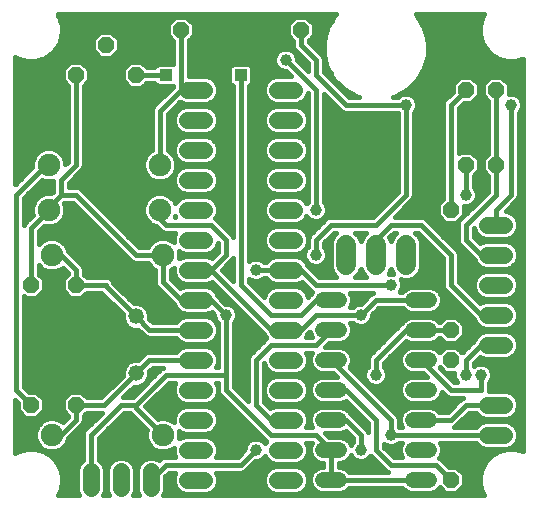
<source format=gbl>
G75*
%MOIN*%
%OFA0B0*%
%FSLAX25Y25*%
%IPPOS*%
%LPD*%
%AMOC8*
5,1,8,0,0,1.08239X$1,22.5*
%
%ADD10C,0.05200*%
%ADD11C,0.05600*%
%ADD12OC8,0.05200*%
%ADD13C,0.06600*%
%ADD14C,0.05200*%
%ADD15C,0.07500*%
%ADD16C,0.01600*%
%ADD17C,0.03962*%
%ADD18R,0.03962X0.03962*%
D10*
X0109200Y0013500D02*
X0114400Y0013500D01*
X0114400Y0023500D02*
X0109200Y0023500D01*
X0109200Y0033500D02*
X0114400Y0033500D01*
X0114400Y0043500D02*
X0109200Y0043500D01*
X0109200Y0053500D02*
X0114400Y0053500D01*
X0114400Y0063500D02*
X0109200Y0063500D01*
X0109200Y0073500D02*
X0114400Y0073500D01*
X0139200Y0073500D02*
X0144400Y0073500D01*
X0144400Y0063500D02*
X0139200Y0063500D01*
X0139200Y0053500D02*
X0144400Y0053500D01*
X0144400Y0043500D02*
X0139200Y0043500D01*
X0139200Y0033500D02*
X0144400Y0033500D01*
X0144400Y0023500D02*
X0139200Y0023500D01*
X0139200Y0013500D02*
X0144400Y0013500D01*
D11*
X0164000Y0028500D02*
X0169600Y0028500D01*
X0169600Y0038500D02*
X0164000Y0038500D01*
X0164000Y0058500D02*
X0169600Y0058500D01*
X0169600Y0068500D02*
X0164000Y0068500D01*
X0164000Y0078500D02*
X0169600Y0078500D01*
X0169600Y0088500D02*
X0164000Y0088500D01*
X0164000Y0098500D02*
X0169600Y0098500D01*
X0099600Y0093500D02*
X0094000Y0093500D01*
X0094000Y0083500D02*
X0099600Y0083500D01*
X0099600Y0073500D02*
X0094000Y0073500D01*
X0094000Y0063500D02*
X0099600Y0063500D01*
X0099600Y0053500D02*
X0094000Y0053500D01*
X0094000Y0043500D02*
X0099600Y0043500D01*
X0099600Y0033500D02*
X0094000Y0033500D01*
X0094000Y0023500D02*
X0099600Y0023500D01*
X0099600Y0013500D02*
X0094000Y0013500D01*
X0069600Y0013500D02*
X0064000Y0013500D01*
X0064000Y0023500D02*
X0069600Y0023500D01*
X0069600Y0033500D02*
X0064000Y0033500D01*
X0064000Y0043500D02*
X0069600Y0043500D01*
X0069600Y0053500D02*
X0064000Y0053500D01*
X0064000Y0063500D02*
X0069600Y0063500D01*
X0069600Y0073500D02*
X0064000Y0073500D01*
X0064000Y0083500D02*
X0069600Y0083500D01*
X0069600Y0093500D02*
X0064000Y0093500D01*
X0064000Y0103500D02*
X0069600Y0103500D01*
X0069600Y0113500D02*
X0064000Y0113500D01*
X0064000Y0123500D02*
X0069600Y0123500D01*
X0069600Y0133500D02*
X0064000Y0133500D01*
X0064000Y0143500D02*
X0069600Y0143500D01*
X0094000Y0143500D02*
X0099600Y0143500D01*
X0099600Y0133500D02*
X0094000Y0133500D01*
X0094000Y0123500D02*
X0099600Y0123500D01*
X0099600Y0113500D02*
X0094000Y0113500D01*
X0094000Y0103500D02*
X0099600Y0103500D01*
X0051800Y0016300D02*
X0051800Y0010700D01*
X0041800Y0010700D02*
X0041800Y0016300D01*
X0031800Y0016300D02*
X0031800Y0010700D01*
D12*
X0026800Y0038500D03*
X0011800Y0038500D03*
X0011800Y0078500D03*
X0026800Y0078500D03*
X0026800Y0148500D03*
X0036800Y0158500D03*
X0046800Y0148500D03*
X0061800Y0163500D03*
X0101800Y0163500D03*
X0156800Y0143500D03*
X0166800Y0143500D03*
X0166800Y0118500D03*
X0156800Y0118500D03*
X0151800Y0103500D03*
X0151800Y0063500D03*
X0151800Y0053500D03*
X0151800Y0013500D03*
D13*
X0136800Y0085200D02*
X0136800Y0091800D01*
X0126800Y0091800D02*
X0126800Y0085200D01*
X0116800Y0085200D02*
X0116800Y0091800D01*
D14*
X0046800Y0068000D03*
X0046800Y0049000D03*
D15*
X0055800Y0028500D03*
X0018800Y0028500D03*
X0018800Y0088500D03*
X0017800Y0103500D03*
X0017800Y0118500D03*
X0054800Y0118500D03*
X0054800Y0103500D03*
X0055800Y0088500D03*
D16*
X0021409Y0009520D02*
X0020705Y0008300D01*
X0027815Y0008300D01*
X0027200Y0009785D01*
X0027200Y0017215D01*
X0027900Y0018906D01*
X0029194Y0020200D01*
X0029200Y0020202D01*
X0029200Y0029017D01*
X0029596Y0029973D01*
X0030327Y0030704D01*
X0035523Y0035900D01*
X0030423Y0035900D01*
X0029400Y0034877D01*
X0029400Y0032983D01*
X0029004Y0032027D01*
X0028273Y0031296D01*
X0024334Y0027357D01*
X0023505Y0025356D01*
X0021944Y0023795D01*
X0019904Y0022950D01*
X0017696Y0022950D01*
X0015656Y0023795D01*
X0014095Y0025356D01*
X0013250Y0027396D01*
X0013250Y0029604D01*
X0014095Y0031644D01*
X0015656Y0033205D01*
X0017696Y0034050D01*
X0019904Y0034050D01*
X0021944Y0033205D01*
X0022386Y0032763D01*
X0024200Y0034577D01*
X0024200Y0034877D01*
X0022400Y0036677D01*
X0022400Y0040323D01*
X0024977Y0042900D01*
X0028623Y0042900D01*
X0030423Y0041100D01*
X0035223Y0041100D01*
X0042400Y0048277D01*
X0042400Y0049875D01*
X0043070Y0051492D01*
X0044308Y0052730D01*
X0045925Y0053400D01*
X0047523Y0053400D01*
X0049096Y0054973D01*
X0049827Y0055704D01*
X0050783Y0056100D01*
X0060098Y0056100D01*
X0060100Y0056106D01*
X0061394Y0057400D01*
X0063085Y0058100D01*
X0070515Y0058100D01*
X0072206Y0057400D01*
X0073500Y0056106D01*
X0074200Y0054415D01*
X0074200Y0052585D01*
X0073585Y0051100D01*
X0074200Y0051100D01*
X0074200Y0065753D01*
X0073595Y0066358D01*
X0073019Y0067748D01*
X0073019Y0068604D01*
X0072076Y0069547D01*
X0070515Y0068900D01*
X0063085Y0068900D01*
X0061394Y0069600D01*
X0060100Y0070894D01*
X0059656Y0071967D01*
X0059596Y0072027D01*
X0053596Y0078027D01*
X0053200Y0078983D01*
X0053200Y0083570D01*
X0052656Y0083795D01*
X0051095Y0085356D01*
X0050870Y0085900D01*
X0046283Y0085900D01*
X0045327Y0086296D01*
X0025723Y0105900D01*
X0022877Y0105900D01*
X0022832Y0105855D01*
X0023350Y0104604D01*
X0023350Y0102396D01*
X0022505Y0100356D01*
X0020944Y0098795D01*
X0018904Y0097950D01*
X0016696Y0097950D01*
X0016152Y0098175D01*
X0014400Y0096423D01*
X0014400Y0091949D01*
X0015656Y0093205D01*
X0017696Y0094050D01*
X0019904Y0094050D01*
X0021944Y0093205D01*
X0023505Y0091644D01*
X0024334Y0089643D01*
X0029004Y0084973D01*
X0029400Y0084017D01*
X0029400Y0082123D01*
X0030423Y0081100D01*
X0037317Y0081100D01*
X0038273Y0080704D01*
X0039004Y0079973D01*
X0039358Y0079119D01*
X0046077Y0072400D01*
X0047675Y0072400D01*
X0049292Y0071730D01*
X0050530Y0070492D01*
X0051200Y0068875D01*
X0051200Y0067277D01*
X0052377Y0066100D01*
X0060098Y0066100D01*
X0060100Y0066106D01*
X0061394Y0067400D01*
X0063085Y0068100D01*
X0070515Y0068100D01*
X0072206Y0067400D01*
X0073500Y0066106D01*
X0074200Y0064415D01*
X0074200Y0062585D01*
X0073500Y0060894D01*
X0072206Y0059600D01*
X0070515Y0058900D01*
X0063085Y0058900D01*
X0061394Y0059600D01*
X0060100Y0060894D01*
X0060098Y0060900D01*
X0050783Y0060900D01*
X0049827Y0061296D01*
X0049096Y0062027D01*
X0049096Y0062027D01*
X0047523Y0063600D01*
X0045925Y0063600D01*
X0044308Y0064270D01*
X0043070Y0065508D01*
X0042400Y0067125D01*
X0042400Y0068723D01*
X0035223Y0075900D01*
X0030423Y0075900D01*
X0028623Y0074100D01*
X0024977Y0074100D01*
X0022400Y0076677D01*
X0022400Y0080323D01*
X0024200Y0082123D01*
X0024200Y0082423D01*
X0022386Y0084237D01*
X0021944Y0083795D01*
X0019904Y0082950D01*
X0017696Y0082950D01*
X0015656Y0083795D01*
X0014400Y0085051D01*
X0014400Y0082123D01*
X0016200Y0080323D01*
X0016200Y0076677D01*
X0013623Y0074100D01*
X0009977Y0074100D01*
X0009400Y0074677D01*
X0009400Y0044577D01*
X0011077Y0042900D01*
X0013623Y0042900D01*
X0016200Y0040323D01*
X0016200Y0036677D01*
X0013623Y0034100D01*
X0009977Y0034100D01*
X0007400Y0036677D01*
X0007400Y0039223D01*
X0006600Y0040023D01*
X0006600Y0022405D01*
X0007820Y0023109D01*
X0010442Y0023812D01*
X0013158Y0023812D01*
X0015780Y0023109D01*
X0018132Y0021751D01*
X0020051Y0019832D01*
X0021409Y0017480D01*
X0022112Y0014858D01*
X0022112Y0012142D01*
X0021409Y0009520D01*
X0021509Y0009894D02*
X0027200Y0009894D01*
X0027200Y0011493D02*
X0021938Y0011493D01*
X0022112Y0013091D02*
X0027200Y0013091D01*
X0027200Y0014690D02*
X0022112Y0014690D01*
X0021728Y0016288D02*
X0027200Y0016288D01*
X0027478Y0017887D02*
X0021174Y0017887D01*
X0020252Y0019485D02*
X0028480Y0019485D01*
X0029200Y0021084D02*
X0018799Y0021084D01*
X0016520Y0022682D02*
X0029200Y0022682D01*
X0029200Y0024281D02*
X0022430Y0024281D01*
X0023722Y0025879D02*
X0029200Y0025879D01*
X0029200Y0027478D02*
X0024455Y0027478D01*
X0026053Y0029076D02*
X0029224Y0029076D01*
X0030298Y0030675D02*
X0027652Y0030675D01*
X0029106Y0032273D02*
X0031896Y0032273D01*
X0033495Y0033872D02*
X0029400Y0033872D01*
X0029993Y0035470D02*
X0035093Y0035470D01*
X0036300Y0038500D02*
X0026800Y0038500D01*
X0026800Y0033500D01*
X0021800Y0028500D01*
X0018800Y0028500D01*
X0013694Y0030675D02*
X0006600Y0030675D01*
X0006600Y0032273D02*
X0014724Y0032273D01*
X0017266Y0033872D02*
X0006600Y0033872D01*
X0006600Y0035470D02*
X0008607Y0035470D01*
X0007400Y0037069D02*
X0006600Y0037069D01*
X0006600Y0038667D02*
X0007400Y0038667D01*
X0011800Y0038500D02*
X0006800Y0043500D01*
X0006800Y0108500D01*
X0016800Y0118500D01*
X0017800Y0118500D01*
X0023350Y0118727D02*
X0023350Y0119604D01*
X0022505Y0121644D01*
X0020944Y0123205D01*
X0018904Y0124050D01*
X0016696Y0124050D01*
X0014656Y0123205D01*
X0013095Y0121644D01*
X0012250Y0119604D01*
X0012250Y0117627D01*
X0006600Y0111977D01*
X0006600Y0154595D01*
X0007820Y0153891D01*
X0010442Y0153188D01*
X0013158Y0153188D01*
X0015780Y0153891D01*
X0018132Y0155248D01*
X0020051Y0157168D01*
X0021409Y0159520D01*
X0022112Y0162142D01*
X0022112Y0164858D01*
X0021409Y0167480D01*
X0020728Y0168661D01*
X0113495Y0168661D01*
X0112957Y0168122D01*
X0110679Y0164178D01*
X0109500Y0159778D01*
X0109500Y0155222D01*
X0110679Y0150822D01*
X0112957Y0146878D01*
X0116178Y0143657D01*
X0120122Y0141379D01*
X0121164Y0141100D01*
X0117877Y0141100D01*
X0109400Y0149577D01*
X0109400Y0154017D01*
X0109004Y0154973D01*
X0108273Y0155704D01*
X0104400Y0159577D01*
X0104400Y0159877D01*
X0106200Y0161677D01*
X0106200Y0165323D01*
X0103623Y0167900D01*
X0099977Y0167900D01*
X0097400Y0165323D01*
X0097400Y0161677D01*
X0099200Y0159877D01*
X0099200Y0157983D01*
X0099596Y0157027D01*
X0104200Y0152423D01*
X0104200Y0149777D01*
X0100581Y0153396D01*
X0100581Y0154252D01*
X0100005Y0155642D01*
X0098942Y0156705D01*
X0097552Y0157281D01*
X0096048Y0157281D01*
X0094658Y0156705D01*
X0093595Y0155642D01*
X0093019Y0154252D01*
X0093019Y0152748D01*
X0093595Y0151358D01*
X0094658Y0150295D01*
X0096048Y0149719D01*
X0096904Y0149719D01*
X0098523Y0148100D01*
X0093085Y0148100D01*
X0091394Y0147400D01*
X0090100Y0146106D01*
X0089400Y0144415D01*
X0089400Y0142585D01*
X0090100Y0140894D01*
X0091394Y0139600D01*
X0093085Y0138900D01*
X0100515Y0138900D01*
X0102206Y0139600D01*
X0103500Y0140894D01*
X0104153Y0142470D01*
X0104200Y0142423D01*
X0104200Y0106247D01*
X0103663Y0105711D01*
X0103500Y0106106D01*
X0102206Y0107400D01*
X0100515Y0108100D01*
X0093085Y0108100D01*
X0091394Y0107400D01*
X0090100Y0106106D01*
X0089400Y0104415D01*
X0089400Y0102585D01*
X0090100Y0100894D01*
X0091394Y0099600D01*
X0093085Y0098900D01*
X0100515Y0098900D01*
X0102206Y0099600D01*
X0103500Y0100894D01*
X0103663Y0101289D01*
X0104658Y0100295D01*
X0106048Y0099719D01*
X0107552Y0099719D01*
X0108942Y0100295D01*
X0110005Y0101358D01*
X0110581Y0102748D01*
X0110581Y0104252D01*
X0110005Y0105642D01*
X0109400Y0106247D01*
X0109400Y0142223D01*
X0114596Y0137027D01*
X0115327Y0136296D01*
X0116283Y0135900D01*
X0134053Y0135900D01*
X0134200Y0135753D01*
X0134200Y0109577D01*
X0125723Y0101100D01*
X0111283Y0101100D01*
X0110327Y0100704D01*
X0109596Y0099973D01*
X0109596Y0099973D01*
X0105327Y0095704D01*
X0104596Y0094973D01*
X0104200Y0094017D01*
X0104200Y0091247D01*
X0103595Y0090642D01*
X0103019Y0089252D01*
X0103019Y0087748D01*
X0103595Y0086358D01*
X0104658Y0085295D01*
X0106048Y0084719D01*
X0107552Y0084719D01*
X0108942Y0085295D01*
X0110005Y0086358D01*
X0110581Y0087748D01*
X0110581Y0089252D01*
X0110005Y0090642D01*
X0109400Y0091247D01*
X0109400Y0092423D01*
X0112877Y0095900D01*
X0113688Y0095900D01*
X0112476Y0094689D01*
X0111700Y0092814D01*
X0111700Y0084186D01*
X0112476Y0082311D01*
X0113688Y0081100D01*
X0107877Y0081100D01*
X0103944Y0085033D01*
X0103500Y0086106D01*
X0102206Y0087400D01*
X0100515Y0088100D01*
X0093085Y0088100D01*
X0091394Y0087400D01*
X0090100Y0086106D01*
X0090098Y0086100D01*
X0089547Y0086100D01*
X0088942Y0086705D01*
X0087552Y0087281D01*
X0086048Y0087281D01*
X0084658Y0086705D01*
X0084400Y0086447D01*
X0084400Y0144719D01*
X0084527Y0144719D01*
X0085581Y0145773D01*
X0085581Y0151227D01*
X0084527Y0152281D01*
X0079073Y0152281D01*
X0078019Y0151227D01*
X0078019Y0145773D01*
X0079073Y0144719D01*
X0079200Y0144719D01*
X0079200Y0094500D01*
X0079004Y0094973D01*
X0078273Y0095704D01*
X0073291Y0100686D01*
X0073500Y0100894D01*
X0074200Y0102585D01*
X0074200Y0104415D01*
X0073500Y0106106D01*
X0072206Y0107400D01*
X0070515Y0108100D01*
X0063085Y0108100D01*
X0061394Y0107400D01*
X0060100Y0106106D01*
X0059914Y0105656D01*
X0059505Y0106644D01*
X0057944Y0108205D01*
X0055904Y0109050D01*
X0053696Y0109050D01*
X0051656Y0108205D01*
X0050095Y0106644D01*
X0049250Y0104604D01*
X0049250Y0102396D01*
X0050095Y0100356D01*
X0051656Y0098795D01*
X0053657Y0097966D01*
X0054596Y0097027D01*
X0055327Y0096296D01*
X0056283Y0095900D01*
X0060015Y0095900D01*
X0059400Y0094415D01*
X0059400Y0092749D01*
X0058944Y0093205D01*
X0056904Y0094050D01*
X0054696Y0094050D01*
X0052656Y0093205D01*
X0051095Y0091644D01*
X0050870Y0091100D01*
X0047877Y0091100D01*
X0028273Y0110704D01*
X0027317Y0111100D01*
X0024400Y0111100D01*
X0024400Y0112423D01*
X0028273Y0116296D01*
X0029004Y0117027D01*
X0029400Y0117983D01*
X0029400Y0144877D01*
X0031200Y0146677D01*
X0031200Y0150323D01*
X0028623Y0152900D01*
X0024977Y0152900D01*
X0022400Y0150323D01*
X0022400Y0146677D01*
X0024200Y0144877D01*
X0024200Y0119577D01*
X0023350Y0118727D01*
X0023107Y0120191D02*
X0024200Y0120191D01*
X0024200Y0121790D02*
X0022359Y0121790D01*
X0024200Y0123388D02*
X0020501Y0123388D01*
X0024200Y0124987D02*
X0006600Y0124987D01*
X0006600Y0126585D02*
X0024200Y0126585D01*
X0024200Y0128184D02*
X0006600Y0128184D01*
X0006600Y0129782D02*
X0024200Y0129782D01*
X0024200Y0131381D02*
X0006600Y0131381D01*
X0006600Y0132979D02*
X0024200Y0132979D01*
X0024200Y0134578D02*
X0006600Y0134578D01*
X0006600Y0136176D02*
X0024200Y0136176D01*
X0024200Y0137775D02*
X0006600Y0137775D01*
X0006600Y0139373D02*
X0024200Y0139373D01*
X0024200Y0140972D02*
X0006600Y0140972D01*
X0006600Y0142570D02*
X0024200Y0142570D01*
X0024200Y0144169D02*
X0006600Y0144169D01*
X0006600Y0145768D02*
X0023310Y0145768D01*
X0022400Y0147366D02*
X0006600Y0147366D01*
X0006600Y0148965D02*
X0022400Y0148965D01*
X0022641Y0150563D02*
X0006600Y0150563D01*
X0006600Y0152162D02*
X0024239Y0152162D01*
X0026800Y0148500D02*
X0026800Y0118500D01*
X0021800Y0113500D01*
X0021800Y0108500D01*
X0026800Y0108500D01*
X0046800Y0088500D01*
X0055800Y0088500D01*
X0055800Y0079500D01*
X0061800Y0073500D01*
X0066800Y0073500D01*
X0071800Y0073500D01*
X0076800Y0068500D01*
X0076800Y0048500D01*
X0056800Y0048500D01*
X0046800Y0038500D01*
X0046800Y0037500D01*
X0055800Y0028500D01*
X0059400Y0032749D02*
X0058944Y0033205D01*
X0056904Y0034050D01*
X0054696Y0034050D01*
X0054152Y0033825D01*
X0049977Y0038000D01*
X0057877Y0045900D01*
X0060015Y0045900D01*
X0059400Y0044415D01*
X0059400Y0042585D01*
X0060100Y0040894D01*
X0061394Y0039600D01*
X0063085Y0038900D01*
X0070515Y0038900D01*
X0072206Y0039600D01*
X0073500Y0040894D01*
X0074200Y0042585D01*
X0074200Y0044415D01*
X0073585Y0045900D01*
X0074200Y0045900D01*
X0074200Y0042983D01*
X0074596Y0042027D01*
X0075327Y0041296D01*
X0090309Y0026314D01*
X0090100Y0026106D01*
X0089937Y0025711D01*
X0088942Y0026705D01*
X0087552Y0027281D01*
X0086048Y0027281D01*
X0084658Y0026705D01*
X0083595Y0025642D01*
X0083019Y0024252D01*
X0083019Y0023396D01*
X0080723Y0021100D01*
X0073585Y0021100D01*
X0074200Y0022585D01*
X0074200Y0024415D01*
X0073500Y0026106D01*
X0072206Y0027400D01*
X0070515Y0028100D01*
X0063085Y0028100D01*
X0061394Y0027400D01*
X0061321Y0027327D01*
X0061350Y0027396D01*
X0061350Y0029604D01*
X0061321Y0029673D01*
X0061394Y0029600D01*
X0063085Y0028900D01*
X0070515Y0028900D01*
X0072206Y0029600D01*
X0073500Y0030894D01*
X0074200Y0032585D01*
X0074200Y0034415D01*
X0073500Y0036106D01*
X0072206Y0037400D01*
X0070515Y0038100D01*
X0063085Y0038100D01*
X0061394Y0037400D01*
X0060100Y0036106D01*
X0059400Y0034415D01*
X0059400Y0032749D01*
X0059400Y0033872D02*
X0057334Y0033872D01*
X0059837Y0035470D02*
X0052507Y0035470D01*
X0054105Y0033872D02*
X0054266Y0033872D01*
X0050908Y0037069D02*
X0061063Y0037069D01*
X0060729Y0040266D02*
X0052243Y0040266D01*
X0053841Y0041864D02*
X0059699Y0041864D01*
X0059400Y0043463D02*
X0055440Y0043463D01*
X0057038Y0045061D02*
X0059668Y0045061D01*
X0055800Y0050900D02*
X0055327Y0050704D01*
X0045723Y0041100D01*
X0042577Y0041100D01*
X0046077Y0044600D01*
X0047675Y0044600D01*
X0049292Y0045270D01*
X0050530Y0046508D01*
X0051200Y0048125D01*
X0051200Y0049723D01*
X0052377Y0050900D01*
X0055800Y0050900D01*
X0054480Y0049857D02*
X0051334Y0049857D01*
X0051200Y0048258D02*
X0052881Y0048258D01*
X0051283Y0046660D02*
X0050593Y0046660D01*
X0049684Y0045061D02*
X0048789Y0045061D01*
X0048086Y0043463D02*
X0044940Y0043463D01*
X0046487Y0041864D02*
X0043341Y0041864D01*
X0041800Y0038500D02*
X0031800Y0028500D01*
X0031800Y0013500D01*
X0036400Y0013091D02*
X0037200Y0013091D01*
X0037200Y0011493D02*
X0036400Y0011493D01*
X0036400Y0009894D02*
X0037200Y0009894D01*
X0037200Y0009785D02*
X0037815Y0008300D01*
X0035785Y0008300D01*
X0036400Y0009785D01*
X0036400Y0017215D01*
X0035700Y0018906D01*
X0034406Y0020200D01*
X0034400Y0020202D01*
X0034400Y0027423D01*
X0042877Y0035900D01*
X0044723Y0035900D01*
X0045327Y0035296D01*
X0050475Y0030148D01*
X0050250Y0029604D01*
X0050250Y0027396D01*
X0051095Y0025356D01*
X0052656Y0023795D01*
X0054696Y0022950D01*
X0056904Y0022950D01*
X0058944Y0023795D01*
X0059400Y0024251D01*
X0059400Y0022585D01*
X0060015Y0021100D01*
X0056283Y0021100D01*
X0055327Y0020704D01*
X0054614Y0019991D01*
X0054406Y0020200D01*
X0052715Y0020900D01*
X0050885Y0020900D01*
X0049194Y0020200D01*
X0047900Y0018906D01*
X0047200Y0017215D01*
X0047200Y0009785D01*
X0047815Y0008300D01*
X0045785Y0008300D01*
X0046400Y0009785D01*
X0046400Y0017215D01*
X0045700Y0018906D01*
X0044406Y0020200D01*
X0042715Y0020900D01*
X0040885Y0020900D01*
X0039194Y0020200D01*
X0037900Y0018906D01*
X0037200Y0017215D01*
X0037200Y0009785D01*
X0037200Y0014690D02*
X0036400Y0014690D01*
X0036400Y0016288D02*
X0037200Y0016288D01*
X0037478Y0017887D02*
X0036122Y0017887D01*
X0035120Y0019485D02*
X0038480Y0019485D01*
X0034400Y0021084D02*
X0056243Y0021084D01*
X0056800Y0018500D02*
X0081800Y0018500D01*
X0086800Y0023500D01*
X0089768Y0025879D02*
X0090006Y0025879D01*
X0089145Y0027478D02*
X0072017Y0027478D01*
X0070940Y0029076D02*
X0087547Y0029076D01*
X0085948Y0030675D02*
X0073280Y0030675D01*
X0074071Y0032273D02*
X0084350Y0032273D01*
X0082751Y0033872D02*
X0074200Y0033872D01*
X0073763Y0035470D02*
X0081153Y0035470D01*
X0079554Y0037069D02*
X0072537Y0037069D01*
X0072871Y0040266D02*
X0076357Y0040266D01*
X0074759Y0041864D02*
X0073901Y0041864D01*
X0074200Y0043463D02*
X0074200Y0043463D01*
X0074200Y0045061D02*
X0073932Y0045061D01*
X0076800Y0043500D02*
X0076800Y0048500D01*
X0079400Y0048258D02*
X0084200Y0048258D01*
X0084200Y0046660D02*
X0079400Y0046660D01*
X0079400Y0045061D02*
X0084200Y0045061D01*
X0084200Y0043463D02*
X0080514Y0043463D01*
X0079400Y0044577D02*
X0084200Y0039777D01*
X0084200Y0054017D01*
X0084596Y0054973D01*
X0085327Y0055704D01*
X0090309Y0060686D01*
X0090100Y0060894D01*
X0089656Y0061967D01*
X0089596Y0062027D01*
X0072076Y0079547D01*
X0070515Y0078900D01*
X0063085Y0078900D01*
X0061394Y0079600D01*
X0060100Y0080894D01*
X0059400Y0082585D01*
X0059400Y0084251D01*
X0058944Y0083795D01*
X0058400Y0083570D01*
X0058400Y0080577D01*
X0061524Y0077453D01*
X0063085Y0078100D01*
X0070515Y0078100D01*
X0072206Y0077400D01*
X0073500Y0076106D01*
X0073944Y0075033D01*
X0074004Y0074973D01*
X0074004Y0074973D01*
X0076696Y0072281D01*
X0077552Y0072281D01*
X0078942Y0071705D01*
X0080005Y0070642D01*
X0080581Y0069252D01*
X0080581Y0067748D01*
X0080005Y0066358D01*
X0079400Y0065753D01*
X0079400Y0044577D01*
X0076800Y0043500D02*
X0091800Y0028500D01*
X0106800Y0028500D01*
X0111800Y0023500D01*
X0111800Y0013500D01*
X0141800Y0013500D01*
X0138325Y0009100D02*
X0145275Y0009100D01*
X0146892Y0009770D01*
X0148100Y0010977D01*
X0149977Y0009100D01*
X0153623Y0009100D01*
X0156200Y0011677D01*
X0156200Y0015323D01*
X0153623Y0017900D01*
X0151077Y0017900D01*
X0148273Y0020704D01*
X0147957Y0020835D01*
X0148130Y0021008D01*
X0148800Y0022625D01*
X0148800Y0024375D01*
X0148168Y0025900D01*
X0160098Y0025900D01*
X0160100Y0025894D01*
X0161394Y0024600D01*
X0163085Y0023900D01*
X0170515Y0023900D01*
X0172206Y0024600D01*
X0173500Y0025894D01*
X0174200Y0027585D01*
X0174200Y0029415D01*
X0173500Y0031106D01*
X0172206Y0032400D01*
X0170515Y0033100D01*
X0163085Y0033100D01*
X0161394Y0032400D01*
X0160100Y0031106D01*
X0160098Y0031100D01*
X0152800Y0031100D01*
X0153273Y0031296D01*
X0154004Y0032027D01*
X0154004Y0032027D01*
X0157877Y0035900D01*
X0160098Y0035900D01*
X0160100Y0035894D01*
X0161394Y0034600D01*
X0163085Y0033900D01*
X0170515Y0033900D01*
X0172206Y0034600D01*
X0173500Y0035894D01*
X0174200Y0037585D01*
X0174200Y0039415D01*
X0173500Y0041106D01*
X0172206Y0042400D01*
X0170515Y0043100D01*
X0164400Y0043100D01*
X0164400Y0045753D01*
X0165005Y0046358D01*
X0165581Y0047748D01*
X0165581Y0049252D01*
X0165005Y0050642D01*
X0163942Y0051705D01*
X0162552Y0052281D01*
X0161048Y0052281D01*
X0159658Y0051705D01*
X0159400Y0051447D01*
X0159400Y0052423D01*
X0161524Y0054547D01*
X0163085Y0053900D01*
X0170515Y0053900D01*
X0172206Y0054600D01*
X0173500Y0055894D01*
X0174200Y0057585D01*
X0174200Y0059415D01*
X0173500Y0061106D01*
X0172206Y0062400D01*
X0170515Y0063100D01*
X0163085Y0063100D01*
X0161394Y0062400D01*
X0160100Y0061106D01*
X0159656Y0060033D01*
X0155573Y0055950D01*
X0153623Y0057900D01*
X0149977Y0057900D01*
X0148100Y0056023D01*
X0146892Y0057230D01*
X0145275Y0057900D01*
X0138325Y0057900D01*
X0136708Y0057230D01*
X0135470Y0055992D01*
X0134800Y0054375D01*
X0134800Y0052625D01*
X0135470Y0051008D01*
X0136708Y0049770D01*
X0138325Y0049100D01*
X0142523Y0049100D01*
X0143723Y0047900D01*
X0138325Y0047900D01*
X0136708Y0047230D01*
X0135470Y0045992D01*
X0134800Y0044375D01*
X0134800Y0042625D01*
X0135470Y0041008D01*
X0136708Y0039770D01*
X0138325Y0039100D01*
X0145275Y0039100D01*
X0146892Y0039770D01*
X0148130Y0041008D01*
X0148800Y0042625D01*
X0148800Y0042823D01*
X0149596Y0042027D01*
X0150327Y0041296D01*
X0151283Y0040900D01*
X0155800Y0040900D01*
X0155327Y0040704D01*
X0150723Y0036100D01*
X0148023Y0036100D01*
X0146892Y0037230D01*
X0145275Y0037900D01*
X0138325Y0037900D01*
X0136708Y0037230D01*
X0135470Y0035992D01*
X0134800Y0034375D01*
X0134800Y0032625D01*
X0135432Y0031100D01*
X0134547Y0031100D01*
X0134400Y0031247D01*
X0134400Y0034017D01*
X0134004Y0034973D01*
X0133273Y0035704D01*
X0118050Y0050927D01*
X0118130Y0051008D01*
X0118800Y0052625D01*
X0118800Y0054375D01*
X0118130Y0055992D01*
X0116892Y0057230D01*
X0115275Y0057900D01*
X0109877Y0057900D01*
X0111077Y0059100D01*
X0115275Y0059100D01*
X0116892Y0059770D01*
X0118130Y0061008D01*
X0118800Y0062625D01*
X0118800Y0064375D01*
X0118168Y0065900D01*
X0119053Y0065900D01*
X0119658Y0065295D01*
X0121048Y0064719D01*
X0122552Y0064719D01*
X0123942Y0065295D01*
X0125005Y0066358D01*
X0125581Y0067748D01*
X0125581Y0068604D01*
X0127877Y0070900D01*
X0135577Y0070900D01*
X0136708Y0069770D01*
X0138325Y0069100D01*
X0145275Y0069100D01*
X0146892Y0069770D01*
X0148130Y0071008D01*
X0148800Y0072625D01*
X0148800Y0074375D01*
X0148130Y0075992D01*
X0146892Y0077230D01*
X0145275Y0077900D01*
X0138325Y0077900D01*
X0136708Y0077230D01*
X0135577Y0076100D01*
X0134747Y0076100D01*
X0135005Y0076358D01*
X0135581Y0077748D01*
X0135581Y0079252D01*
X0135115Y0080378D01*
X0135786Y0080100D01*
X0137814Y0080100D01*
X0139689Y0080876D01*
X0141124Y0082311D01*
X0141900Y0084186D01*
X0141900Y0092814D01*
X0141124Y0094689D01*
X0139912Y0095900D01*
X0140723Y0095900D01*
X0149200Y0087423D01*
X0149200Y0077983D01*
X0149596Y0077027D01*
X0150327Y0076296D01*
X0159656Y0066967D01*
X0160100Y0065894D01*
X0161394Y0064600D01*
X0163085Y0063900D01*
X0170515Y0063900D01*
X0172206Y0064600D01*
X0173500Y0065894D01*
X0174200Y0067585D01*
X0174200Y0069415D01*
X0173500Y0071106D01*
X0172206Y0072400D01*
X0170515Y0073100D01*
X0163085Y0073100D01*
X0161524Y0072453D01*
X0154400Y0079577D01*
X0154400Y0089017D01*
X0154004Y0089973D01*
X0144004Y0099973D01*
X0143273Y0100704D01*
X0142317Y0101100D01*
X0133077Y0101100D01*
X0139004Y0107027D01*
X0139400Y0107983D01*
X0139400Y0135753D01*
X0140005Y0136358D01*
X0140581Y0137748D01*
X0140581Y0139252D01*
X0140005Y0140642D01*
X0138942Y0141705D01*
X0137552Y0142281D01*
X0136048Y0142281D01*
X0134658Y0141705D01*
X0134053Y0141100D01*
X0132436Y0141100D01*
X0133478Y0141379D01*
X0137422Y0143657D01*
X0140643Y0146878D01*
X0142921Y0150822D01*
X0144100Y0155222D01*
X0144100Y0159778D01*
X0142921Y0164178D01*
X0140643Y0168122D01*
X0140105Y0168661D01*
X0162872Y0168661D01*
X0162191Y0167480D01*
X0161488Y0164858D01*
X0161488Y0162142D01*
X0162191Y0159520D01*
X0163548Y0157168D01*
X0165468Y0155248D01*
X0167820Y0153891D01*
X0170442Y0153188D01*
X0173158Y0153188D01*
X0175701Y0153870D01*
X0175701Y0023130D01*
X0173158Y0023812D01*
X0170442Y0023812D01*
X0167820Y0023109D01*
X0165468Y0021751D01*
X0163548Y0019832D01*
X0162191Y0017480D01*
X0161488Y0014858D01*
X0161488Y0012142D01*
X0162191Y0009520D01*
X0162895Y0008300D01*
X0055785Y0008300D01*
X0056400Y0009785D01*
X0056400Y0014423D01*
X0057877Y0015900D01*
X0060015Y0015900D01*
X0059400Y0014415D01*
X0059400Y0012585D01*
X0060100Y0010894D01*
X0061394Y0009600D01*
X0063085Y0008900D01*
X0070515Y0008900D01*
X0072206Y0009600D01*
X0073500Y0010894D01*
X0074200Y0012585D01*
X0074200Y0014415D01*
X0073585Y0015900D01*
X0082317Y0015900D01*
X0083273Y0016296D01*
X0086696Y0019719D01*
X0087552Y0019719D01*
X0088942Y0020295D01*
X0089937Y0021289D01*
X0090100Y0020894D01*
X0091394Y0019600D01*
X0093085Y0018900D01*
X0100515Y0018900D01*
X0102206Y0019600D01*
X0103500Y0020894D01*
X0104200Y0022585D01*
X0104200Y0024415D01*
X0103585Y0025900D01*
X0105432Y0025900D01*
X0104800Y0024375D01*
X0104800Y0022625D01*
X0105470Y0021008D01*
X0106708Y0019770D01*
X0108325Y0019100D01*
X0109200Y0019100D01*
X0109200Y0017900D01*
X0108325Y0017900D01*
X0106708Y0017230D01*
X0105470Y0015992D01*
X0104800Y0014375D01*
X0104800Y0012625D01*
X0105470Y0011008D01*
X0106708Y0009770D01*
X0108325Y0009100D01*
X0115275Y0009100D01*
X0116892Y0009770D01*
X0118023Y0010900D01*
X0135577Y0010900D01*
X0136708Y0009770D01*
X0138325Y0009100D01*
X0136583Y0009894D02*
X0117017Y0009894D01*
X0118023Y0016100D02*
X0116892Y0017230D01*
X0115275Y0017900D01*
X0114400Y0017900D01*
X0114400Y0019100D01*
X0115275Y0019100D01*
X0116892Y0019770D01*
X0118130Y0021008D01*
X0118435Y0021743D01*
X0118595Y0021358D01*
X0119658Y0020295D01*
X0121048Y0019719D01*
X0122552Y0019719D01*
X0123942Y0020295D01*
X0125005Y0021358D01*
X0125081Y0021542D01*
X0130327Y0016296D01*
X0130800Y0016100D01*
X0118023Y0016100D01*
X0117834Y0016288D02*
X0130346Y0016288D01*
X0128736Y0017887D02*
X0115308Y0017887D01*
X0116205Y0019485D02*
X0127138Y0019485D01*
X0125539Y0021084D02*
X0124731Y0021084D01*
X0126800Y0023500D02*
X0131800Y0018500D01*
X0146800Y0018500D01*
X0151800Y0013500D01*
X0156200Y0013091D02*
X0161488Y0013091D01*
X0161488Y0014690D02*
X0156200Y0014690D01*
X0155234Y0016288D02*
X0161872Y0016288D01*
X0162426Y0017887D02*
X0153636Y0017887D01*
X0149492Y0019485D02*
X0163348Y0019485D01*
X0164801Y0021084D02*
X0148162Y0021084D01*
X0148800Y0022682D02*
X0167080Y0022682D01*
X0171434Y0024281D02*
X0175701Y0024281D01*
X0175701Y0025879D02*
X0173485Y0025879D01*
X0174156Y0027478D02*
X0175701Y0027478D01*
X0175701Y0029076D02*
X0174200Y0029076D01*
X0173678Y0030675D02*
X0175701Y0030675D01*
X0175701Y0032273D02*
X0172332Y0032273D01*
X0175701Y0033872D02*
X0155849Y0033872D01*
X0157447Y0035470D02*
X0160524Y0035470D01*
X0161268Y0032273D02*
X0154250Y0032273D01*
X0151800Y0033500D02*
X0141800Y0033500D01*
X0147054Y0037069D02*
X0151692Y0037069D01*
X0153290Y0038667D02*
X0130310Y0038667D01*
X0131908Y0037069D02*
X0136546Y0037069D01*
X0135254Y0035470D02*
X0133507Y0035470D01*
X0134400Y0033872D02*
X0134800Y0033872D01*
X0134946Y0032273D02*
X0134400Y0032273D01*
X0131800Y0033500D02*
X0131800Y0028500D01*
X0166800Y0028500D01*
X0162166Y0024281D02*
X0148800Y0024281D01*
X0148177Y0025879D02*
X0160115Y0025879D01*
X0151800Y0033500D02*
X0156800Y0038500D01*
X0166800Y0038500D01*
X0164400Y0043463D02*
X0175701Y0043463D01*
X0175701Y0045061D02*
X0164400Y0045061D01*
X0165130Y0046660D02*
X0175701Y0046660D01*
X0175701Y0048258D02*
X0165581Y0048258D01*
X0165331Y0049857D02*
X0175701Y0049857D01*
X0175701Y0051455D02*
X0164192Y0051455D01*
X0161800Y0048500D02*
X0161800Y0043500D01*
X0151800Y0043500D01*
X0141800Y0053500D01*
X0138203Y0057849D02*
X0134826Y0057849D01*
X0135728Y0056251D02*
X0133228Y0056251D01*
X0131629Y0054652D02*
X0134915Y0054652D01*
X0134800Y0053054D02*
X0130031Y0053054D01*
X0129400Y0052423D02*
X0136735Y0059758D01*
X0138325Y0059100D01*
X0145275Y0059100D01*
X0146892Y0059770D01*
X0148023Y0060900D01*
X0148177Y0060900D01*
X0149977Y0059100D01*
X0153623Y0059100D01*
X0156200Y0061677D01*
X0156200Y0065323D01*
X0153623Y0067900D01*
X0149977Y0067900D01*
X0148177Y0066100D01*
X0148023Y0066100D01*
X0146892Y0067230D01*
X0145275Y0067900D01*
X0138325Y0067900D01*
X0136708Y0067230D01*
X0135470Y0065992D01*
X0135355Y0065716D01*
X0135327Y0065704D01*
X0125327Y0055704D01*
X0124596Y0054973D01*
X0124200Y0054017D01*
X0124200Y0051247D01*
X0123595Y0050642D01*
X0123019Y0049252D01*
X0123019Y0047748D01*
X0123595Y0046358D01*
X0124658Y0045295D01*
X0126048Y0044719D01*
X0127552Y0044719D01*
X0128942Y0045295D01*
X0130005Y0046358D01*
X0130581Y0047748D01*
X0130581Y0049252D01*
X0130005Y0050642D01*
X0129400Y0051247D01*
X0129400Y0052423D01*
X0129400Y0051455D02*
X0135284Y0051455D01*
X0136621Y0049857D02*
X0130331Y0049857D01*
X0130581Y0048258D02*
X0143365Y0048258D01*
X0148050Y0050927D02*
X0148100Y0050977D01*
X0149977Y0049100D01*
X0153019Y0049100D01*
X0153019Y0047748D01*
X0153595Y0046358D01*
X0153853Y0046100D01*
X0152877Y0046100D01*
X0148050Y0050927D01*
X0149120Y0049857D02*
X0149221Y0049857D01*
X0150719Y0048258D02*
X0153019Y0048258D01*
X0153470Y0046660D02*
X0152317Y0046660D01*
X0156800Y0048500D02*
X0156800Y0053500D01*
X0161800Y0058500D01*
X0166800Y0058500D01*
X0171614Y0062645D02*
X0175701Y0062645D01*
X0175701Y0064243D02*
X0171344Y0064243D01*
X0173447Y0065842D02*
X0175701Y0065842D01*
X0175701Y0067440D02*
X0174140Y0067440D01*
X0174200Y0069039D02*
X0175701Y0069039D01*
X0175701Y0070637D02*
X0173694Y0070637D01*
X0172369Y0072236D02*
X0175701Y0072236D01*
X0175701Y0073834D02*
X0160142Y0073834D01*
X0161394Y0074600D02*
X0160100Y0075894D01*
X0159400Y0077585D01*
X0159400Y0079415D01*
X0160100Y0081106D01*
X0161394Y0082400D01*
X0163085Y0083100D01*
X0170515Y0083100D01*
X0172206Y0082400D01*
X0173500Y0081106D01*
X0174200Y0079415D01*
X0174200Y0077585D01*
X0173500Y0075894D01*
X0172206Y0074600D01*
X0170515Y0073900D01*
X0163085Y0073900D01*
X0161394Y0074600D01*
X0160562Y0075433D02*
X0158544Y0075433D01*
X0159629Y0077032D02*
X0156945Y0077032D01*
X0155347Y0078630D02*
X0159400Y0078630D01*
X0159737Y0080229D02*
X0154400Y0080229D01*
X0154400Y0081827D02*
X0160822Y0081827D01*
X0161394Y0084600D02*
X0163085Y0083900D01*
X0170515Y0083900D01*
X0172206Y0084600D01*
X0173500Y0085894D01*
X0174200Y0087585D01*
X0174200Y0089415D01*
X0173500Y0091106D01*
X0172206Y0092400D01*
X0170515Y0093100D01*
X0163085Y0093100D01*
X0161524Y0092453D01*
X0159400Y0094577D01*
X0159400Y0097423D01*
X0159447Y0097470D01*
X0160100Y0095894D01*
X0161394Y0094600D01*
X0163085Y0093900D01*
X0170515Y0093900D01*
X0172206Y0094600D01*
X0173500Y0095894D01*
X0174200Y0097585D01*
X0174200Y0099415D01*
X0173500Y0101106D01*
X0172206Y0102400D01*
X0170515Y0103100D01*
X0170077Y0103100D01*
X0174004Y0107027D01*
X0174400Y0107983D01*
X0174400Y0135753D01*
X0175005Y0136358D01*
X0175581Y0137748D01*
X0175581Y0139252D01*
X0175005Y0140642D01*
X0173942Y0141705D01*
X0172552Y0142281D01*
X0171200Y0142281D01*
X0171200Y0145323D01*
X0168623Y0147900D01*
X0164977Y0147900D01*
X0162400Y0145323D01*
X0162400Y0141677D01*
X0164200Y0139877D01*
X0164200Y0122123D01*
X0162400Y0120323D01*
X0162400Y0116677D01*
X0164200Y0114877D01*
X0164200Y0109577D01*
X0154596Y0099973D01*
X0154200Y0099017D01*
X0154200Y0092983D01*
X0154596Y0092027D01*
X0159596Y0087027D01*
X0159656Y0086967D01*
X0160100Y0085894D01*
X0161394Y0084600D01*
X0160971Y0085024D02*
X0154400Y0085024D01*
X0154400Y0083426D02*
X0175701Y0083426D01*
X0175701Y0085024D02*
X0172629Y0085024D01*
X0173801Y0086623D02*
X0175701Y0086623D01*
X0175701Y0088221D02*
X0174200Y0088221D01*
X0174032Y0089820D02*
X0175701Y0089820D01*
X0175701Y0091418D02*
X0173187Y0091418D01*
X0170716Y0093017D02*
X0175701Y0093017D01*
X0175701Y0094615D02*
X0172221Y0094615D01*
X0173632Y0096214D02*
X0175701Y0096214D01*
X0175701Y0097812D02*
X0174200Y0097812D01*
X0174200Y0099411D02*
X0175701Y0099411D01*
X0175701Y0101009D02*
X0173540Y0101009D01*
X0171703Y0102608D02*
X0175701Y0102608D01*
X0175701Y0104206D02*
X0171183Y0104206D01*
X0172782Y0105805D02*
X0175701Y0105805D01*
X0175701Y0107403D02*
X0174160Y0107403D01*
X0174400Y0109002D02*
X0175701Y0109002D01*
X0175701Y0110600D02*
X0174400Y0110600D01*
X0174400Y0112199D02*
X0175701Y0112199D01*
X0175701Y0113797D02*
X0174400Y0113797D01*
X0174400Y0115396D02*
X0175701Y0115396D01*
X0175701Y0116994D02*
X0174400Y0116994D01*
X0174400Y0118593D02*
X0175701Y0118593D01*
X0175701Y0120191D02*
X0174400Y0120191D01*
X0174400Y0121790D02*
X0175701Y0121790D01*
X0175701Y0123388D02*
X0174400Y0123388D01*
X0174400Y0124987D02*
X0175701Y0124987D01*
X0175701Y0126585D02*
X0174400Y0126585D01*
X0174400Y0128184D02*
X0175701Y0128184D01*
X0175701Y0129782D02*
X0174400Y0129782D01*
X0174400Y0131381D02*
X0175701Y0131381D01*
X0175701Y0132979D02*
X0174400Y0132979D01*
X0174400Y0134578D02*
X0175701Y0134578D01*
X0175701Y0136176D02*
X0174824Y0136176D01*
X0175581Y0137775D02*
X0175701Y0137775D01*
X0175701Y0139373D02*
X0175531Y0139373D01*
X0175701Y0140972D02*
X0174675Y0140972D01*
X0175701Y0142570D02*
X0171200Y0142570D01*
X0171200Y0144169D02*
X0175701Y0144169D01*
X0175701Y0145768D02*
X0170755Y0145768D01*
X0169156Y0147366D02*
X0175701Y0147366D01*
X0175701Y0148965D02*
X0141848Y0148965D01*
X0142771Y0150563D02*
X0175701Y0150563D01*
X0175701Y0152162D02*
X0143280Y0152162D01*
X0143708Y0153760D02*
X0168308Y0153760D01*
X0165358Y0155359D02*
X0144100Y0155359D01*
X0144100Y0156957D02*
X0163760Y0156957D01*
X0162748Y0158556D02*
X0144100Y0158556D01*
X0143999Y0160154D02*
X0162021Y0160154D01*
X0161593Y0161753D02*
X0143571Y0161753D01*
X0143142Y0163351D02*
X0161488Y0163351D01*
X0161513Y0164950D02*
X0142475Y0164950D01*
X0141552Y0166548D02*
X0161941Y0166548D01*
X0162576Y0168147D02*
X0140619Y0168147D01*
X0140925Y0147366D02*
X0154443Y0147366D01*
X0154977Y0147900D02*
X0152400Y0145323D01*
X0152400Y0142777D01*
X0149596Y0139973D01*
X0149200Y0139017D01*
X0149200Y0107123D01*
X0147400Y0105323D01*
X0147400Y0101677D01*
X0149977Y0099100D01*
X0153623Y0099100D01*
X0156200Y0101677D01*
X0156200Y0104719D01*
X0157552Y0104719D01*
X0158942Y0105295D01*
X0160005Y0106358D01*
X0160581Y0107748D01*
X0160581Y0109252D01*
X0160005Y0110642D01*
X0159400Y0111247D01*
X0159400Y0114877D01*
X0161200Y0116677D01*
X0161200Y0120323D01*
X0158623Y0122900D01*
X0154977Y0122900D01*
X0154400Y0122323D01*
X0154400Y0137423D01*
X0156077Y0139100D01*
X0158623Y0139100D01*
X0161200Y0141677D01*
X0161200Y0145323D01*
X0158623Y0147900D01*
X0154977Y0147900D01*
X0152845Y0145768D02*
X0139533Y0145768D01*
X0137935Y0144169D02*
X0152400Y0144169D01*
X0152194Y0142570D02*
X0135541Y0142570D01*
X0136800Y0138500D02*
X0136800Y0108500D01*
X0126800Y0098500D01*
X0111800Y0098500D01*
X0106800Y0093500D01*
X0106800Y0088500D01*
X0108289Y0085024D02*
X0111700Y0085024D01*
X0111700Y0086623D02*
X0110115Y0086623D01*
X0110581Y0088221D02*
X0111700Y0088221D01*
X0111700Y0089820D02*
X0110346Y0089820D01*
X0109400Y0091418D02*
X0111700Y0091418D01*
X0111784Y0093017D02*
X0109994Y0093017D01*
X0111592Y0094615D02*
X0112446Y0094615D01*
X0109034Y0099411D02*
X0101748Y0099411D01*
X0101210Y0097812D02*
X0107435Y0097812D01*
X0105837Y0096214D02*
X0103392Y0096214D01*
X0103500Y0096106D02*
X0102206Y0097400D01*
X0100515Y0098100D01*
X0093085Y0098100D01*
X0091394Y0097400D01*
X0090100Y0096106D01*
X0089400Y0094415D01*
X0089400Y0092585D01*
X0090100Y0090894D01*
X0091394Y0089600D01*
X0093085Y0088900D01*
X0100515Y0088900D01*
X0102206Y0089600D01*
X0103500Y0090894D01*
X0104200Y0092585D01*
X0104200Y0094415D01*
X0103500Y0096106D01*
X0104117Y0094615D02*
X0104448Y0094615D01*
X0105327Y0095704D02*
X0105327Y0095704D01*
X0104200Y0093017D02*
X0104200Y0093017D01*
X0104200Y0091418D02*
X0103717Y0091418D01*
X0103254Y0089820D02*
X0102425Y0089820D01*
X0103019Y0088221D02*
X0084400Y0088221D01*
X0084400Y0086623D02*
X0084575Y0086623D01*
X0086800Y0083500D02*
X0096800Y0083500D01*
X0101800Y0083500D01*
X0106800Y0078500D01*
X0131800Y0078500D01*
X0135284Y0077032D02*
X0136509Y0077032D01*
X0135581Y0078630D02*
X0149200Y0078630D01*
X0149200Y0080229D02*
X0138125Y0080229D01*
X0135475Y0080229D02*
X0135177Y0080229D01*
X0132506Y0082281D02*
X0131094Y0082281D01*
X0131124Y0082311D01*
X0131800Y0083944D01*
X0132476Y0082311D01*
X0132506Y0082281D01*
X0132015Y0083426D02*
X0131585Y0083426D01*
X0123688Y0081100D02*
X0119912Y0081100D01*
X0121124Y0082311D01*
X0121800Y0083944D01*
X0122476Y0082311D01*
X0123688Y0081100D01*
X0122960Y0081827D02*
X0120640Y0081827D01*
X0121585Y0083426D02*
X0122015Y0083426D01*
X0125327Y0075704D02*
X0124596Y0074973D01*
X0121904Y0072281D01*
X0121048Y0072281D01*
X0119658Y0071705D01*
X0119053Y0071100D01*
X0118168Y0071100D01*
X0118800Y0072625D01*
X0118800Y0074375D01*
X0118168Y0075900D01*
X0125800Y0075900D01*
X0125327Y0075704D01*
X0125056Y0075433D02*
X0118362Y0075433D01*
X0118800Y0073834D02*
X0123458Y0073834D01*
X0126800Y0073500D02*
X0141800Y0073500D01*
X0136800Y0073500D01*
X0135840Y0070637D02*
X0127614Y0070637D01*
X0126016Y0069039D02*
X0157584Y0069039D01*
X0155986Y0070637D02*
X0147760Y0070637D01*
X0148639Y0072236D02*
X0154387Y0072236D01*
X0152789Y0073834D02*
X0148800Y0073834D01*
X0148362Y0075433D02*
X0151190Y0075433D01*
X0149594Y0077032D02*
X0147091Y0077032D01*
X0151800Y0078500D02*
X0151800Y0088500D01*
X0141800Y0098500D01*
X0131800Y0098500D01*
X0126800Y0093500D01*
X0123688Y0095900D02*
X0122476Y0094689D01*
X0121800Y0093056D01*
X0121124Y0094689D01*
X0119912Y0095900D01*
X0123688Y0095900D01*
X0122446Y0094615D02*
X0121154Y0094615D01*
X0127231Y0102608D02*
X0110523Y0102608D01*
X0110581Y0104206D02*
X0128829Y0104206D01*
X0130428Y0105805D02*
X0109843Y0105805D01*
X0109400Y0107403D02*
X0132026Y0107403D01*
X0133625Y0109002D02*
X0109400Y0109002D01*
X0109400Y0110600D02*
X0134200Y0110600D01*
X0134200Y0112199D02*
X0109400Y0112199D01*
X0109400Y0113797D02*
X0134200Y0113797D01*
X0134200Y0115396D02*
X0109400Y0115396D01*
X0109400Y0116994D02*
X0134200Y0116994D01*
X0134200Y0118593D02*
X0109400Y0118593D01*
X0109400Y0120191D02*
X0134200Y0120191D01*
X0134200Y0121790D02*
X0109400Y0121790D01*
X0109400Y0123388D02*
X0134200Y0123388D01*
X0134200Y0124987D02*
X0109400Y0124987D01*
X0109400Y0126585D02*
X0134200Y0126585D01*
X0134200Y0128184D02*
X0109400Y0128184D01*
X0109400Y0129782D02*
X0134200Y0129782D01*
X0134200Y0131381D02*
X0109400Y0131381D01*
X0109400Y0132979D02*
X0134200Y0132979D01*
X0134200Y0134578D02*
X0109400Y0134578D01*
X0109400Y0136176D02*
X0115615Y0136176D01*
X0113848Y0137775D02*
X0109400Y0137775D01*
X0109400Y0139373D02*
X0112250Y0139373D01*
X0110651Y0140972D02*
X0109400Y0140972D01*
X0106800Y0143500D02*
X0096800Y0153500D01*
X0095266Y0156957D02*
X0064400Y0156957D01*
X0064400Y0155359D02*
X0093477Y0155359D01*
X0093019Y0153760D02*
X0064400Y0153760D01*
X0064400Y0152162D02*
X0078954Y0152162D01*
X0078019Y0150563D02*
X0064400Y0150563D01*
X0064400Y0148965D02*
X0078019Y0148965D01*
X0078019Y0147366D02*
X0072239Y0147366D01*
X0072206Y0147400D02*
X0070515Y0148100D01*
X0064400Y0148100D01*
X0064400Y0159877D01*
X0066200Y0161677D01*
X0066200Y0165323D01*
X0063623Y0167900D01*
X0059977Y0167900D01*
X0057400Y0165323D01*
X0057400Y0161677D01*
X0059200Y0159877D01*
X0059200Y0152281D01*
X0054073Y0152281D01*
X0053019Y0151227D01*
X0053019Y0151100D01*
X0050423Y0151100D01*
X0048623Y0152900D01*
X0044977Y0152900D01*
X0042400Y0150323D01*
X0042400Y0146677D01*
X0044977Y0144100D01*
X0048623Y0144100D01*
X0050423Y0145900D01*
X0053019Y0145900D01*
X0053019Y0145773D01*
X0054073Y0144719D01*
X0059200Y0144719D01*
X0059200Y0144577D01*
X0052596Y0137973D01*
X0052200Y0137017D01*
X0052200Y0123430D01*
X0051656Y0123205D01*
X0050095Y0121644D01*
X0049250Y0119604D01*
X0049250Y0117396D01*
X0050095Y0115356D01*
X0051656Y0113795D01*
X0053696Y0112950D01*
X0055904Y0112950D01*
X0057944Y0113795D01*
X0059505Y0115356D01*
X0060350Y0117396D01*
X0060350Y0119604D01*
X0059505Y0121644D01*
X0057944Y0123205D01*
X0057400Y0123430D01*
X0057400Y0135423D01*
X0061524Y0139547D01*
X0063085Y0138900D01*
X0070515Y0138900D01*
X0072206Y0139600D01*
X0073500Y0140894D01*
X0074200Y0142585D01*
X0074200Y0144415D01*
X0073500Y0146106D01*
X0072206Y0147400D01*
X0073640Y0145768D02*
X0078025Y0145768D01*
X0079200Y0144169D02*
X0074200Y0144169D01*
X0074194Y0142570D02*
X0079200Y0142570D01*
X0079200Y0140972D02*
X0073532Y0140972D01*
X0071658Y0139373D02*
X0079200Y0139373D01*
X0079200Y0137775D02*
X0071300Y0137775D01*
X0070515Y0138100D02*
X0072206Y0137400D01*
X0073500Y0136106D01*
X0074200Y0134415D01*
X0074200Y0132585D01*
X0073500Y0130894D01*
X0072206Y0129600D01*
X0070515Y0128900D01*
X0063085Y0128900D01*
X0061394Y0129600D01*
X0060100Y0130894D01*
X0059400Y0132585D01*
X0059400Y0134415D01*
X0060100Y0136106D01*
X0061394Y0137400D01*
X0063085Y0138100D01*
X0070515Y0138100D01*
X0073429Y0136176D02*
X0079200Y0136176D01*
X0079200Y0134578D02*
X0074133Y0134578D01*
X0074200Y0132979D02*
X0079200Y0132979D01*
X0079200Y0131381D02*
X0073701Y0131381D01*
X0072388Y0129782D02*
X0079200Y0129782D01*
X0079200Y0128184D02*
X0057400Y0128184D01*
X0057400Y0129782D02*
X0061212Y0129782D01*
X0059899Y0131381D02*
X0057400Y0131381D01*
X0057400Y0132979D02*
X0059400Y0132979D01*
X0059467Y0134578D02*
X0057400Y0134578D01*
X0058153Y0136176D02*
X0060171Y0136176D01*
X0059752Y0137775D02*
X0062300Y0137775D01*
X0061942Y0139373D02*
X0061350Y0139373D01*
X0061800Y0143500D02*
X0061800Y0163500D01*
X0058626Y0166548D02*
X0021659Y0166548D01*
X0022087Y0164950D02*
X0057400Y0164950D01*
X0057400Y0163351D02*
X0022112Y0163351D01*
X0022007Y0161753D02*
X0033830Y0161753D01*
X0034977Y0162900D02*
X0032400Y0160323D01*
X0032400Y0156677D01*
X0034977Y0154100D01*
X0038623Y0154100D01*
X0041200Y0156677D01*
X0041200Y0160323D01*
X0038623Y0162900D01*
X0034977Y0162900D01*
X0032400Y0160154D02*
X0021579Y0160154D01*
X0020852Y0158556D02*
X0032400Y0158556D01*
X0032400Y0156957D02*
X0019840Y0156957D01*
X0018242Y0155359D02*
X0033719Y0155359D01*
X0029361Y0152162D02*
X0044239Y0152162D01*
X0042641Y0150563D02*
X0030959Y0150563D01*
X0031200Y0148965D02*
X0042400Y0148965D01*
X0042400Y0147366D02*
X0031200Y0147366D01*
X0030290Y0145768D02*
X0043310Y0145768D01*
X0044908Y0144169D02*
X0029400Y0144169D01*
X0029400Y0142570D02*
X0057194Y0142570D01*
X0055595Y0140972D02*
X0029400Y0140972D01*
X0029400Y0139373D02*
X0053997Y0139373D01*
X0052514Y0137775D02*
X0029400Y0137775D01*
X0029400Y0136176D02*
X0052200Y0136176D01*
X0052200Y0134578D02*
X0029400Y0134578D01*
X0029400Y0132979D02*
X0052200Y0132979D01*
X0052200Y0131381D02*
X0029400Y0131381D01*
X0029400Y0129782D02*
X0052200Y0129782D01*
X0052200Y0128184D02*
X0029400Y0128184D01*
X0029400Y0126585D02*
X0052200Y0126585D01*
X0052200Y0124987D02*
X0029400Y0124987D01*
X0029400Y0123388D02*
X0052099Y0123388D01*
X0050241Y0121790D02*
X0029400Y0121790D01*
X0029400Y0120191D02*
X0049493Y0120191D01*
X0049250Y0118593D02*
X0029400Y0118593D01*
X0028971Y0116994D02*
X0049416Y0116994D01*
X0050079Y0115396D02*
X0027373Y0115396D01*
X0025774Y0113797D02*
X0051654Y0113797D01*
X0054800Y0118500D02*
X0054800Y0136500D01*
X0061800Y0143500D01*
X0066800Y0143500D01*
X0058792Y0144169D02*
X0048692Y0144169D01*
X0050290Y0145768D02*
X0053025Y0145768D01*
X0056800Y0148500D02*
X0046800Y0148500D01*
X0049361Y0152162D02*
X0053954Y0152162D01*
X0059200Y0153760D02*
X0015292Y0153760D01*
X0008308Y0153760D02*
X0006600Y0153760D01*
X0021024Y0168147D02*
X0112981Y0168147D01*
X0112048Y0166548D02*
X0104974Y0166548D01*
X0106200Y0164950D02*
X0111125Y0164950D01*
X0110458Y0163351D02*
X0106200Y0163351D01*
X0106200Y0161753D02*
X0110029Y0161753D01*
X0109601Y0160154D02*
X0104677Y0160154D01*
X0105421Y0158556D02*
X0109500Y0158556D01*
X0109500Y0156957D02*
X0107020Y0156957D01*
X0108618Y0155359D02*
X0109500Y0155359D01*
X0109400Y0153760D02*
X0109892Y0153760D01*
X0110320Y0152162D02*
X0109400Y0152162D01*
X0109400Y0150563D02*
X0110829Y0150563D01*
X0110012Y0148965D02*
X0111752Y0148965D01*
X0111611Y0147366D02*
X0112675Y0147366D01*
X0113209Y0145768D02*
X0114067Y0145768D01*
X0114808Y0144169D02*
X0115665Y0144169D01*
X0116406Y0142570D02*
X0118059Y0142570D01*
X0116800Y0138500D02*
X0136800Y0138500D01*
X0139675Y0140972D02*
X0150595Y0140972D01*
X0149348Y0139373D02*
X0140531Y0139373D01*
X0140581Y0137775D02*
X0149200Y0137775D01*
X0149200Y0136176D02*
X0139824Y0136176D01*
X0139400Y0134578D02*
X0149200Y0134578D01*
X0149200Y0132979D02*
X0139400Y0132979D01*
X0139400Y0131381D02*
X0149200Y0131381D01*
X0149200Y0129782D02*
X0139400Y0129782D01*
X0139400Y0128184D02*
X0149200Y0128184D01*
X0149200Y0126585D02*
X0139400Y0126585D01*
X0139400Y0124987D02*
X0149200Y0124987D01*
X0149200Y0123388D02*
X0139400Y0123388D01*
X0139400Y0121790D02*
X0149200Y0121790D01*
X0149200Y0120191D02*
X0139400Y0120191D01*
X0139400Y0118593D02*
X0149200Y0118593D01*
X0149200Y0116994D02*
X0139400Y0116994D01*
X0139400Y0115396D02*
X0149200Y0115396D01*
X0149200Y0113797D02*
X0139400Y0113797D01*
X0139400Y0112199D02*
X0149200Y0112199D01*
X0149200Y0110600D02*
X0139400Y0110600D01*
X0139400Y0109002D02*
X0149200Y0109002D01*
X0149200Y0107403D02*
X0139160Y0107403D01*
X0137782Y0105805D02*
X0147882Y0105805D01*
X0147400Y0104206D02*
X0136183Y0104206D01*
X0134585Y0102608D02*
X0147400Y0102608D01*
X0148068Y0101009D02*
X0142536Y0101009D01*
X0144566Y0099411D02*
X0149667Y0099411D01*
X0147763Y0096214D02*
X0154200Y0096214D01*
X0154200Y0097812D02*
X0146165Y0097812D01*
X0149362Y0094615D02*
X0154200Y0094615D01*
X0154200Y0093017D02*
X0150960Y0093017D01*
X0152559Y0091418D02*
X0155205Y0091418D01*
X0154068Y0089820D02*
X0156803Y0089820D01*
X0158402Y0088221D02*
X0154400Y0088221D01*
X0154400Y0086623D02*
X0159799Y0086623D01*
X0161800Y0088500D02*
X0166800Y0088500D01*
X0161800Y0088500D02*
X0156800Y0093500D01*
X0156800Y0098500D01*
X0166800Y0108500D01*
X0166800Y0118500D01*
X0166800Y0143500D01*
X0162400Y0144169D02*
X0161200Y0144169D01*
X0161200Y0142570D02*
X0162400Y0142570D01*
X0163105Y0140972D02*
X0160495Y0140972D01*
X0158896Y0139373D02*
X0164200Y0139373D01*
X0164200Y0137775D02*
X0154752Y0137775D01*
X0154400Y0136176D02*
X0164200Y0136176D01*
X0164200Y0134578D02*
X0154400Y0134578D01*
X0154400Y0132979D02*
X0164200Y0132979D01*
X0164200Y0131381D02*
X0154400Y0131381D01*
X0154400Y0129782D02*
X0164200Y0129782D01*
X0164200Y0128184D02*
X0154400Y0128184D01*
X0154400Y0126585D02*
X0164200Y0126585D01*
X0164200Y0124987D02*
X0154400Y0124987D01*
X0154400Y0123388D02*
X0164200Y0123388D01*
X0163867Y0121790D02*
X0159733Y0121790D01*
X0161200Y0120191D02*
X0162400Y0120191D01*
X0162400Y0118593D02*
X0161200Y0118593D01*
X0161200Y0116994D02*
X0162400Y0116994D01*
X0163682Y0115396D02*
X0159918Y0115396D01*
X0159400Y0113797D02*
X0164200Y0113797D01*
X0164200Y0112199D02*
X0159400Y0112199D01*
X0160023Y0110600D02*
X0164200Y0110600D01*
X0163625Y0109002D02*
X0160581Y0109002D01*
X0160438Y0107403D02*
X0162026Y0107403D01*
X0160428Y0105805D02*
X0159452Y0105805D01*
X0158829Y0104206D02*
X0156200Y0104206D01*
X0156200Y0102608D02*
X0157231Y0102608D01*
X0155632Y0101009D02*
X0155532Y0101009D01*
X0154363Y0099411D02*
X0153933Y0099411D01*
X0151800Y0103500D02*
X0151800Y0138500D01*
X0156800Y0143500D01*
X0160755Y0145768D02*
X0162845Y0145768D01*
X0164443Y0147366D02*
X0159156Y0147366D01*
X0171800Y0138500D02*
X0171800Y0108500D01*
X0166800Y0103500D01*
X0166800Y0098500D01*
X0161379Y0094615D02*
X0159400Y0094615D01*
X0159400Y0096214D02*
X0159968Y0096214D01*
X0160960Y0093017D02*
X0162884Y0093017D01*
X0172778Y0081827D02*
X0175701Y0081827D01*
X0175701Y0080229D02*
X0173863Y0080229D01*
X0174200Y0078630D02*
X0175701Y0078630D01*
X0175701Y0077032D02*
X0173971Y0077032D01*
X0173038Y0075433D02*
X0175701Y0075433D01*
X0166800Y0068500D02*
X0161800Y0068500D01*
X0151800Y0078500D01*
X0149200Y0081827D02*
X0140640Y0081827D01*
X0141585Y0083426D02*
X0149200Y0083426D01*
X0149200Y0085024D02*
X0141900Y0085024D01*
X0141900Y0086623D02*
X0149200Y0086623D01*
X0148402Y0088221D02*
X0141900Y0088221D01*
X0141900Y0089820D02*
X0146803Y0089820D01*
X0145205Y0091418D02*
X0141900Y0091418D01*
X0141816Y0093017D02*
X0143606Y0093017D01*
X0142008Y0094615D02*
X0141154Y0094615D01*
X0133688Y0095900D02*
X0132476Y0094689D01*
X0131800Y0093056D01*
X0131282Y0094305D01*
X0132877Y0095900D01*
X0133688Y0095900D01*
X0132446Y0094615D02*
X0131592Y0094615D01*
X0112015Y0083426D02*
X0105551Y0083426D01*
X0105311Y0085024D02*
X0103953Y0085024D01*
X0103485Y0086623D02*
X0102983Y0086623D01*
X0107150Y0081827D02*
X0112960Y0081827D01*
X0105643Y0076165D02*
X0105470Y0075992D01*
X0105355Y0075716D01*
X0105327Y0075704D01*
X0104596Y0074973D01*
X0104153Y0074529D01*
X0103500Y0076106D01*
X0102206Y0077400D01*
X0100515Y0078100D01*
X0093085Y0078100D01*
X0091394Y0077400D01*
X0090100Y0076106D01*
X0089447Y0074529D01*
X0084400Y0079577D01*
X0084400Y0080553D01*
X0084658Y0080295D01*
X0086048Y0079719D01*
X0087552Y0079719D01*
X0088942Y0080295D01*
X0089547Y0080900D01*
X0090098Y0080900D01*
X0090100Y0080894D01*
X0091394Y0079600D01*
X0093085Y0078900D01*
X0100515Y0078900D01*
X0102076Y0079547D01*
X0104596Y0077027D01*
X0105327Y0076296D01*
X0105643Y0076165D01*
X0105056Y0075433D02*
X0103778Y0075433D01*
X0104592Y0077032D02*
X0102574Y0077032D01*
X0102993Y0078630D02*
X0085347Y0078630D01*
X0084817Y0080229D02*
X0084400Y0080229D01*
X0081800Y0078500D02*
X0091800Y0068500D01*
X0101800Y0068500D01*
X0106800Y0073500D01*
X0111800Y0073500D01*
X0118639Y0072236D02*
X0120939Y0072236D01*
X0121800Y0068500D02*
X0106800Y0068500D01*
X0101800Y0063500D01*
X0096800Y0063500D01*
X0091800Y0063500D01*
X0071800Y0083500D01*
X0066800Y0083500D01*
X0071800Y0083500D02*
X0076800Y0088500D01*
X0076800Y0093500D01*
X0071800Y0098500D01*
X0056800Y0098500D01*
X0054800Y0100500D01*
X0054800Y0103500D01*
X0058746Y0107403D02*
X0061403Y0107403D01*
X0059976Y0105805D02*
X0059853Y0105805D01*
X0061394Y0109600D02*
X0063085Y0108900D01*
X0070515Y0108900D01*
X0072206Y0109600D01*
X0073500Y0110894D01*
X0074200Y0112585D01*
X0074200Y0114415D01*
X0073500Y0116106D01*
X0072206Y0117400D01*
X0070515Y0118100D01*
X0063085Y0118100D01*
X0061394Y0117400D01*
X0060100Y0116106D01*
X0059400Y0114415D01*
X0059400Y0112585D01*
X0060100Y0110894D01*
X0061394Y0109600D01*
X0060394Y0110600D02*
X0028377Y0110600D01*
X0029975Y0109002D02*
X0053580Y0109002D01*
X0056020Y0109002D02*
X0062839Y0109002D01*
X0059560Y0112199D02*
X0024400Y0112199D01*
X0021800Y0108500D02*
X0017800Y0104500D01*
X0017800Y0103500D01*
X0011800Y0097500D01*
X0011800Y0078500D01*
X0014956Y0075433D02*
X0023644Y0075433D01*
X0022400Y0077032D02*
X0016200Y0077032D01*
X0016200Y0078630D02*
X0022400Y0078630D01*
X0022400Y0080229D02*
X0016200Y0080229D01*
X0014695Y0081827D02*
X0023905Y0081827D01*
X0023197Y0083426D02*
X0021052Y0083426D01*
X0016548Y0083426D02*
X0014400Y0083426D01*
X0014400Y0085024D02*
X0014427Y0085024D01*
X0018800Y0088500D02*
X0021800Y0088500D01*
X0026800Y0083500D01*
X0026800Y0078500D01*
X0036800Y0078500D01*
X0036800Y0078000D01*
X0046800Y0068000D01*
X0051300Y0063500D01*
X0066800Y0063500D01*
X0071838Y0059448D02*
X0074200Y0059448D01*
X0074200Y0061046D02*
X0073563Y0061046D01*
X0074200Y0062645D02*
X0074200Y0062645D01*
X0074200Y0064243D02*
X0074200Y0064243D01*
X0074111Y0065842D02*
X0073609Y0065842D01*
X0073146Y0067440D02*
X0072107Y0067440D01*
X0072584Y0069039D02*
X0070850Y0069039D01*
X0075142Y0073834D02*
X0077789Y0073834D01*
X0077661Y0072236D02*
X0079387Y0072236D01*
X0080007Y0070637D02*
X0080986Y0070637D01*
X0080581Y0069039D02*
X0082584Y0069039D01*
X0084183Y0067440D02*
X0080454Y0067440D01*
X0079489Y0065842D02*
X0085781Y0065842D01*
X0087380Y0064243D02*
X0079400Y0064243D01*
X0079400Y0062645D02*
X0088978Y0062645D01*
X0090037Y0061046D02*
X0079400Y0061046D01*
X0079400Y0059448D02*
X0089071Y0059448D01*
X0087472Y0057849D02*
X0079400Y0057849D01*
X0079400Y0056251D02*
X0085874Y0056251D01*
X0084463Y0054652D02*
X0079400Y0054652D01*
X0079400Y0053054D02*
X0084200Y0053054D01*
X0084200Y0051455D02*
X0079400Y0051455D01*
X0079400Y0049857D02*
X0084200Y0049857D01*
X0086800Y0053500D02*
X0086800Y0038500D01*
X0091800Y0033500D01*
X0096800Y0033500D01*
X0100515Y0038100D02*
X0093085Y0038100D01*
X0091524Y0037453D01*
X0089400Y0039577D01*
X0089400Y0052423D01*
X0089447Y0052470D01*
X0090100Y0050894D01*
X0091394Y0049600D01*
X0093085Y0048900D01*
X0100515Y0048900D01*
X0102206Y0049600D01*
X0103500Y0050894D01*
X0104200Y0052585D01*
X0104200Y0054415D01*
X0103585Y0055900D01*
X0105432Y0055900D01*
X0104800Y0054375D01*
X0104800Y0052625D01*
X0105470Y0051008D01*
X0106708Y0049770D01*
X0108325Y0049100D01*
X0112523Y0049100D01*
X0113723Y0047900D01*
X0108325Y0047900D01*
X0106708Y0047230D01*
X0105470Y0045992D01*
X0104800Y0044375D01*
X0104800Y0042625D01*
X0105470Y0041008D01*
X0106708Y0039770D01*
X0108325Y0039100D01*
X0115275Y0039100D01*
X0116865Y0039758D01*
X0124200Y0032423D01*
X0124200Y0029500D01*
X0124004Y0029973D01*
X0119004Y0034973D01*
X0118273Y0035704D01*
X0118245Y0035716D01*
X0118130Y0035992D01*
X0116892Y0037230D01*
X0115275Y0037900D01*
X0108325Y0037900D01*
X0106708Y0037230D01*
X0105470Y0035992D01*
X0104800Y0034375D01*
X0104800Y0032625D01*
X0105432Y0031100D01*
X0103585Y0031100D01*
X0104200Y0032585D01*
X0104200Y0034415D01*
X0103500Y0036106D01*
X0102206Y0037400D01*
X0100515Y0038100D01*
X0100515Y0038900D02*
X0102206Y0039600D01*
X0103500Y0040894D01*
X0104200Y0042585D01*
X0104200Y0044415D01*
X0103500Y0046106D01*
X0102206Y0047400D01*
X0100515Y0048100D01*
X0093085Y0048100D01*
X0091394Y0047400D01*
X0090100Y0046106D01*
X0089400Y0044415D01*
X0089400Y0042585D01*
X0090100Y0040894D01*
X0091394Y0039600D01*
X0093085Y0038900D01*
X0100515Y0038900D01*
X0102871Y0040266D02*
X0106212Y0040266D01*
X0105115Y0041864D02*
X0103901Y0041864D01*
X0104200Y0043463D02*
X0104800Y0043463D01*
X0105084Y0045061D02*
X0103932Y0045061D01*
X0102946Y0046660D02*
X0106137Y0046660D01*
X0106621Y0049857D02*
X0102462Y0049857D01*
X0103732Y0051455D02*
X0105284Y0051455D01*
X0104800Y0053054D02*
X0104200Y0053054D01*
X0104102Y0054652D02*
X0104915Y0054652D01*
X0106800Y0058500D02*
X0091800Y0058500D01*
X0086800Y0053500D01*
X0089400Y0051455D02*
X0089868Y0051455D01*
X0089400Y0049857D02*
X0091138Y0049857D01*
X0089400Y0048258D02*
X0113365Y0048258D01*
X0111800Y0043500D02*
X0116800Y0043500D01*
X0126800Y0033500D01*
X0126800Y0023500D01*
X0129400Y0024577D02*
X0129400Y0025553D01*
X0129658Y0025295D01*
X0131048Y0024719D01*
X0132552Y0024719D01*
X0133942Y0025295D01*
X0134547Y0025900D01*
X0135432Y0025900D01*
X0134800Y0024375D01*
X0134800Y0022625D01*
X0135432Y0021100D01*
X0132877Y0021100D01*
X0129400Y0024577D01*
X0129696Y0024281D02*
X0134800Y0024281D01*
X0134800Y0022682D02*
X0131295Y0022682D01*
X0134526Y0025879D02*
X0135423Y0025879D01*
X0131800Y0033500D02*
X0111800Y0053500D01*
X0115397Y0057849D02*
X0127472Y0057849D01*
X0125874Y0056251D02*
X0117872Y0056251D01*
X0118685Y0054652D02*
X0124463Y0054652D01*
X0124200Y0053054D02*
X0118800Y0053054D01*
X0118316Y0051455D02*
X0124200Y0051455D01*
X0123269Y0049857D02*
X0119120Y0049857D01*
X0120719Y0048258D02*
X0123019Y0048258D01*
X0123470Y0046660D02*
X0122317Y0046660D01*
X0123916Y0045061D02*
X0125221Y0045061D01*
X0125514Y0043463D02*
X0134800Y0043463D01*
X0135084Y0045061D02*
X0128379Y0045061D01*
X0130130Y0046660D02*
X0136137Y0046660D01*
X0135115Y0041864D02*
X0127113Y0041864D01*
X0128711Y0040266D02*
X0136212Y0040266D01*
X0126800Y0048500D02*
X0126800Y0053500D01*
X0136800Y0063500D01*
X0141800Y0063500D01*
X0151800Y0063500D01*
X0156200Y0064243D02*
X0162256Y0064243D01*
X0161986Y0062645D02*
X0156200Y0062645D01*
X0155569Y0061046D02*
X0160076Y0061046D01*
X0159071Y0059448D02*
X0153970Y0059448D01*
X0153673Y0057849D02*
X0157472Y0057849D01*
X0155874Y0056251D02*
X0155272Y0056251D01*
X0160031Y0053054D02*
X0175701Y0053054D01*
X0175701Y0054652D02*
X0172258Y0054652D01*
X0173647Y0056251D02*
X0175701Y0056251D01*
X0175701Y0057849D02*
X0174200Y0057849D01*
X0174186Y0059448D02*
X0175701Y0059448D01*
X0175701Y0061046D02*
X0173524Y0061046D01*
X0160153Y0065842D02*
X0155681Y0065842D01*
X0154082Y0067440D02*
X0159183Y0067440D01*
X0149518Y0067440D02*
X0146385Y0067440D01*
X0137215Y0067440D02*
X0125454Y0067440D01*
X0124489Y0065842D02*
X0135408Y0065842D01*
X0133866Y0064243D02*
X0118800Y0064243D01*
X0118800Y0062645D02*
X0132268Y0062645D01*
X0130669Y0061046D02*
X0118146Y0061046D01*
X0116115Y0059448D02*
X0129071Y0059448D01*
X0136425Y0059448D02*
X0137485Y0059448D01*
X0145397Y0057849D02*
X0149927Y0057849D01*
X0149630Y0059448D02*
X0146115Y0059448D01*
X0147872Y0056251D02*
X0148328Y0056251D01*
X0159400Y0051455D02*
X0159408Y0051455D01*
X0149759Y0041864D02*
X0148485Y0041864D01*
X0147388Y0040266D02*
X0154889Y0040266D01*
X0172741Y0041864D02*
X0175701Y0041864D01*
X0175701Y0040266D02*
X0173848Y0040266D01*
X0174200Y0038667D02*
X0175701Y0038667D01*
X0175701Y0037069D02*
X0173986Y0037069D01*
X0173076Y0035470D02*
X0175701Y0035470D01*
X0161662Y0011493D02*
X0156015Y0011493D01*
X0154417Y0009894D02*
X0162091Y0009894D01*
X0149183Y0009894D02*
X0147017Y0009894D01*
X0124200Y0030675D02*
X0123302Y0030675D01*
X0124200Y0032273D02*
X0121704Y0032273D01*
X0122751Y0033872D02*
X0120105Y0033872D01*
X0121153Y0035470D02*
X0118507Y0035470D01*
X0119554Y0037069D02*
X0117054Y0037069D01*
X0117956Y0038667D02*
X0090310Y0038667D01*
X0090729Y0040266D02*
X0089400Y0040266D01*
X0089400Y0041864D02*
X0089699Y0041864D01*
X0089400Y0043463D02*
X0089400Y0043463D01*
X0089400Y0045061D02*
X0089668Y0045061D01*
X0089400Y0046660D02*
X0090654Y0046660D01*
X0084200Y0041864D02*
X0082113Y0041864D01*
X0083711Y0040266D02*
X0084200Y0040266D01*
X0077956Y0038667D02*
X0050644Y0038667D01*
X0046800Y0038500D02*
X0041800Y0038500D01*
X0042447Y0035470D02*
X0045153Y0035470D01*
X0046751Y0033872D02*
X0040849Y0033872D01*
X0039250Y0032273D02*
X0048350Y0032273D01*
X0049948Y0030675D02*
X0037652Y0030675D01*
X0036053Y0029076D02*
X0050250Y0029076D01*
X0050250Y0027478D02*
X0034455Y0027478D01*
X0034400Y0025879D02*
X0050878Y0025879D01*
X0052170Y0024281D02*
X0034400Y0024281D01*
X0034400Y0022682D02*
X0059400Y0022682D01*
X0056800Y0018500D02*
X0051800Y0013500D01*
X0056400Y0013091D02*
X0059400Y0013091D01*
X0059514Y0014690D02*
X0056667Y0014690D01*
X0056400Y0011493D02*
X0059852Y0011493D01*
X0061101Y0009894D02*
X0056400Y0009894D01*
X0047200Y0009894D02*
X0046400Y0009894D01*
X0046400Y0011493D02*
X0047200Y0011493D01*
X0047200Y0013091D02*
X0046400Y0013091D01*
X0046400Y0014690D02*
X0047200Y0014690D01*
X0047200Y0016288D02*
X0046400Y0016288D01*
X0046122Y0017887D02*
X0047478Y0017887D01*
X0048480Y0019485D02*
X0045120Y0019485D01*
X0061350Y0027478D02*
X0061583Y0027478D01*
X0061350Y0029076D02*
X0062660Y0029076D01*
X0073594Y0025879D02*
X0083832Y0025879D01*
X0083031Y0024281D02*
X0074200Y0024281D01*
X0074200Y0022682D02*
X0082305Y0022682D01*
X0086462Y0019485D02*
X0091672Y0019485D01*
X0092570Y0017887D02*
X0084864Y0017887D01*
X0083254Y0016288D02*
X0090283Y0016288D01*
X0090100Y0016106D02*
X0089400Y0014415D01*
X0089400Y0012585D01*
X0090100Y0010894D01*
X0091394Y0009600D01*
X0093085Y0008900D01*
X0100515Y0008900D01*
X0102206Y0009600D01*
X0103500Y0010894D01*
X0104200Y0012585D01*
X0104200Y0014415D01*
X0103500Y0016106D01*
X0102206Y0017400D01*
X0100515Y0018100D01*
X0093085Y0018100D01*
X0091394Y0017400D01*
X0090100Y0016106D01*
X0089514Y0014690D02*
X0074086Y0014690D01*
X0074200Y0013091D02*
X0089400Y0013091D01*
X0089852Y0011493D02*
X0073747Y0011493D01*
X0072499Y0009894D02*
X0091101Y0009894D01*
X0101030Y0017887D02*
X0108292Y0017887D01*
X0107395Y0019485D02*
X0101928Y0019485D01*
X0103578Y0021084D02*
X0105438Y0021084D01*
X0104800Y0022682D02*
X0104200Y0022682D01*
X0104200Y0024281D02*
X0104800Y0024281D01*
X0105423Y0025879D02*
X0103594Y0025879D01*
X0104071Y0032273D02*
X0104946Y0032273D01*
X0104800Y0033872D02*
X0104200Y0033872D01*
X0103763Y0035470D02*
X0105254Y0035470D01*
X0106546Y0037069D02*
X0102537Y0037069D01*
X0109877Y0029100D02*
X0115275Y0029100D01*
X0116865Y0029758D01*
X0119200Y0027423D01*
X0119200Y0026247D01*
X0118595Y0025642D01*
X0118435Y0025256D01*
X0118130Y0025992D01*
X0116892Y0027230D01*
X0115275Y0027900D01*
X0111077Y0027900D01*
X0109877Y0029100D01*
X0109901Y0029076D02*
X0117547Y0029076D01*
X0116295Y0027478D02*
X0119145Y0027478D01*
X0118832Y0025879D02*
X0118177Y0025879D01*
X0121800Y0023500D02*
X0121800Y0028500D01*
X0116800Y0033500D01*
X0111800Y0033500D01*
X0118162Y0021084D02*
X0118869Y0021084D01*
X0105766Y0016288D02*
X0103317Y0016288D01*
X0104086Y0014690D02*
X0104930Y0014690D01*
X0104800Y0013091D02*
X0104200Y0013091D01*
X0103747Y0011493D02*
X0105269Y0011493D01*
X0106583Y0009894D02*
X0102499Y0009894D01*
X0090022Y0021084D02*
X0089731Y0021084D01*
X0074200Y0051455D02*
X0073732Y0051455D01*
X0074200Y0053054D02*
X0074200Y0053054D01*
X0074200Y0054652D02*
X0074102Y0054652D01*
X0074200Y0056251D02*
X0073354Y0056251D01*
X0074200Y0057849D02*
X0071120Y0057849D01*
X0066800Y0053500D02*
X0051300Y0053500D01*
X0046800Y0049000D01*
X0036300Y0038500D01*
X0035987Y0041864D02*
X0029658Y0041864D01*
X0023942Y0041864D02*
X0014658Y0041864D01*
X0016200Y0040266D02*
X0022400Y0040266D01*
X0022400Y0038667D02*
X0016200Y0038667D01*
X0016200Y0037069D02*
X0022400Y0037069D01*
X0023607Y0035470D02*
X0014993Y0035470D01*
X0020334Y0033872D02*
X0023495Y0033872D01*
X0013878Y0025879D02*
X0006600Y0025879D01*
X0006600Y0024281D02*
X0015170Y0024281D01*
X0013250Y0027478D02*
X0006600Y0027478D01*
X0006600Y0029076D02*
X0013250Y0029076D01*
X0007080Y0022682D02*
X0006600Y0022682D01*
X0010514Y0043463D02*
X0037586Y0043463D01*
X0039184Y0045061D02*
X0009400Y0045061D01*
X0009400Y0046660D02*
X0040783Y0046660D01*
X0042381Y0048258D02*
X0009400Y0048258D01*
X0009400Y0049857D02*
X0042400Y0049857D01*
X0043055Y0051455D02*
X0009400Y0051455D01*
X0009400Y0053054D02*
X0045089Y0053054D01*
X0048775Y0054652D02*
X0009400Y0054652D01*
X0009400Y0056251D02*
X0060245Y0056251D01*
X0062480Y0057849D02*
X0009400Y0057849D01*
X0009400Y0059448D02*
X0061762Y0059448D01*
X0061493Y0067440D02*
X0051200Y0067440D01*
X0051132Y0069039D02*
X0062749Y0069039D01*
X0060357Y0070637D02*
X0050385Y0070637D01*
X0048071Y0072236D02*
X0059387Y0072236D01*
X0057789Y0073834D02*
X0044642Y0073834D01*
X0043044Y0075433D02*
X0056190Y0075433D01*
X0054592Y0077032D02*
X0041445Y0077032D01*
X0039847Y0078630D02*
X0053346Y0078630D01*
X0053200Y0080229D02*
X0038748Y0080229D01*
X0035690Y0075433D02*
X0029956Y0075433D01*
X0029695Y0081827D02*
X0053200Y0081827D01*
X0053200Y0083426D02*
X0029400Y0083426D01*
X0028953Y0085024D02*
X0051427Y0085024D01*
X0045000Y0086623D02*
X0027354Y0086623D01*
X0025756Y0088221D02*
X0043402Y0088221D01*
X0041803Y0089820D02*
X0024261Y0089820D01*
X0023599Y0091418D02*
X0040205Y0091418D01*
X0038606Y0093017D02*
X0022132Y0093017D01*
X0015789Y0097812D02*
X0033811Y0097812D01*
X0035409Y0096214D02*
X0014400Y0096214D01*
X0014400Y0094615D02*
X0037008Y0094615D01*
X0041165Y0097812D02*
X0053811Y0097812D01*
X0055526Y0096214D02*
X0042763Y0096214D01*
X0044362Y0094615D02*
X0059483Y0094615D01*
X0059400Y0093017D02*
X0059132Y0093017D01*
X0061321Y0089673D02*
X0061394Y0089600D01*
X0063085Y0088900D01*
X0070515Y0088900D01*
X0072206Y0089600D01*
X0073500Y0090894D01*
X0074153Y0092470D01*
X0074200Y0092423D01*
X0074200Y0089577D01*
X0072076Y0087453D01*
X0070515Y0088100D01*
X0063085Y0088100D01*
X0061394Y0087400D01*
X0061321Y0087327D01*
X0061350Y0087396D01*
X0061350Y0089604D01*
X0061321Y0089673D01*
X0061350Y0088221D02*
X0072844Y0088221D01*
X0072425Y0089820D02*
X0074200Y0089820D01*
X0074200Y0091418D02*
X0073717Y0091418D01*
X0077763Y0096214D02*
X0079200Y0096214D01*
X0079200Y0097812D02*
X0076165Y0097812D01*
X0074566Y0099411D02*
X0079200Y0099411D01*
X0079200Y0101009D02*
X0073547Y0101009D01*
X0074200Y0102608D02*
X0079200Y0102608D01*
X0079200Y0104206D02*
X0074200Y0104206D01*
X0073624Y0105805D02*
X0079200Y0105805D01*
X0079200Y0107403D02*
X0072197Y0107403D01*
X0070761Y0109002D02*
X0079200Y0109002D01*
X0079200Y0110600D02*
X0073206Y0110600D01*
X0074040Y0112199D02*
X0079200Y0112199D01*
X0079200Y0113797D02*
X0074200Y0113797D01*
X0073794Y0115396D02*
X0079200Y0115396D01*
X0079200Y0116994D02*
X0072611Y0116994D01*
X0072206Y0119600D02*
X0073500Y0120894D01*
X0074200Y0122585D01*
X0074200Y0124415D01*
X0073500Y0126106D01*
X0072206Y0127400D01*
X0070515Y0128100D01*
X0063085Y0128100D01*
X0061394Y0127400D01*
X0060100Y0126106D01*
X0059400Y0124415D01*
X0059400Y0122585D01*
X0060100Y0120894D01*
X0061394Y0119600D01*
X0063085Y0118900D01*
X0070515Y0118900D01*
X0072206Y0119600D01*
X0072797Y0120191D02*
X0079200Y0120191D01*
X0079200Y0118593D02*
X0060350Y0118593D01*
X0060184Y0116994D02*
X0060989Y0116994D01*
X0059806Y0115396D02*
X0059521Y0115396D01*
X0059400Y0113797D02*
X0057946Y0113797D01*
X0060107Y0120191D02*
X0060803Y0120191D01*
X0059729Y0121790D02*
X0059359Y0121790D01*
X0059400Y0123388D02*
X0057501Y0123388D01*
X0057400Y0124987D02*
X0059637Y0124987D01*
X0060580Y0126585D02*
X0057400Y0126585D01*
X0073020Y0126585D02*
X0079200Y0126585D01*
X0079200Y0124987D02*
X0073963Y0124987D01*
X0074200Y0123388D02*
X0079200Y0123388D01*
X0079200Y0121790D02*
X0073871Y0121790D01*
X0084400Y0121790D02*
X0089729Y0121790D01*
X0089400Y0122585D02*
X0090100Y0120894D01*
X0091394Y0119600D01*
X0093085Y0118900D01*
X0100515Y0118900D01*
X0102206Y0119600D01*
X0103500Y0120894D01*
X0104200Y0122585D01*
X0104200Y0124415D01*
X0103500Y0126106D01*
X0102206Y0127400D01*
X0100515Y0128100D01*
X0093085Y0128100D01*
X0091394Y0127400D01*
X0090100Y0126106D01*
X0089400Y0124415D01*
X0089400Y0122585D01*
X0089400Y0123388D02*
X0084400Y0123388D01*
X0084400Y0124987D02*
X0089637Y0124987D01*
X0090580Y0126585D02*
X0084400Y0126585D01*
X0084400Y0128184D02*
X0104200Y0128184D01*
X0104200Y0129782D02*
X0102388Y0129782D01*
X0102206Y0129600D02*
X0103500Y0130894D01*
X0104200Y0132585D01*
X0104200Y0134415D01*
X0103500Y0136106D01*
X0102206Y0137400D01*
X0100515Y0138100D01*
X0093085Y0138100D01*
X0091394Y0137400D01*
X0090100Y0136106D01*
X0089400Y0134415D01*
X0089400Y0132585D01*
X0090100Y0130894D01*
X0091394Y0129600D01*
X0093085Y0128900D01*
X0100515Y0128900D01*
X0102206Y0129600D01*
X0103701Y0131381D02*
X0104200Y0131381D01*
X0104200Y0132979D02*
X0104200Y0132979D01*
X0104200Y0134578D02*
X0104133Y0134578D01*
X0104200Y0136176D02*
X0103429Y0136176D01*
X0104200Y0137775D02*
X0101300Y0137775D01*
X0101658Y0139373D02*
X0104200Y0139373D01*
X0104200Y0140972D02*
X0103532Y0140972D01*
X0106800Y0143500D02*
X0106800Y0103500D01*
X0103944Y0101009D02*
X0103547Y0101009D01*
X0103624Y0105805D02*
X0103757Y0105805D01*
X0104200Y0107403D02*
X0102197Y0107403D01*
X0100761Y0109002D02*
X0104200Y0109002D01*
X0104200Y0110600D02*
X0103206Y0110600D01*
X0103500Y0110894D02*
X0104200Y0112585D01*
X0104200Y0114415D01*
X0103500Y0116106D01*
X0102206Y0117400D01*
X0100515Y0118100D01*
X0093085Y0118100D01*
X0091394Y0117400D01*
X0090100Y0116106D01*
X0089400Y0114415D01*
X0089400Y0112585D01*
X0090100Y0110894D01*
X0091394Y0109600D01*
X0093085Y0108900D01*
X0100515Y0108900D01*
X0102206Y0109600D01*
X0103500Y0110894D01*
X0104040Y0112199D02*
X0104200Y0112199D01*
X0104200Y0113797D02*
X0104200Y0113797D01*
X0104200Y0115396D02*
X0103794Y0115396D01*
X0104200Y0116994D02*
X0102611Y0116994D01*
X0104200Y0118593D02*
X0084400Y0118593D01*
X0084400Y0120191D02*
X0090803Y0120191D01*
X0090989Y0116994D02*
X0084400Y0116994D01*
X0084400Y0115396D02*
X0089806Y0115396D01*
X0089400Y0113797D02*
X0084400Y0113797D01*
X0084400Y0112199D02*
X0089560Y0112199D01*
X0090394Y0110600D02*
X0084400Y0110600D01*
X0084400Y0109002D02*
X0092839Y0109002D01*
X0091403Y0107403D02*
X0084400Y0107403D01*
X0084400Y0105805D02*
X0089976Y0105805D01*
X0089400Y0104206D02*
X0084400Y0104206D01*
X0084400Y0102608D02*
X0089400Y0102608D01*
X0090053Y0101009D02*
X0084400Y0101009D01*
X0084400Y0099411D02*
X0091852Y0099411D01*
X0092390Y0097812D02*
X0084400Y0097812D01*
X0084400Y0096214D02*
X0090208Y0096214D01*
X0089483Y0094615D02*
X0084400Y0094615D01*
X0084400Y0093017D02*
X0089400Y0093017D01*
X0089883Y0091418D02*
X0084400Y0091418D01*
X0084400Y0089820D02*
X0091175Y0089820D01*
X0090617Y0086623D02*
X0089025Y0086623D01*
X0088782Y0080229D02*
X0090766Y0080229D01*
X0091026Y0077032D02*
X0086945Y0077032D01*
X0088544Y0075433D02*
X0089822Y0075433D01*
X0081800Y0078500D02*
X0081800Y0148500D01*
X0085581Y0148965D02*
X0097659Y0148965D01*
X0094390Y0150563D02*
X0085581Y0150563D01*
X0084646Y0152162D02*
X0093262Y0152162D01*
X0091361Y0147366D02*
X0085581Y0147366D01*
X0085575Y0145768D02*
X0089960Y0145768D01*
X0089400Y0144169D02*
X0084400Y0144169D01*
X0084400Y0142570D02*
X0089406Y0142570D01*
X0090068Y0140972D02*
X0084400Y0140972D01*
X0084400Y0139373D02*
X0091942Y0139373D01*
X0092300Y0137775D02*
X0084400Y0137775D01*
X0084400Y0136176D02*
X0090171Y0136176D01*
X0089467Y0134578D02*
X0084400Y0134578D01*
X0084400Y0132979D02*
X0089400Y0132979D01*
X0089899Y0131381D02*
X0084400Y0131381D01*
X0084400Y0129782D02*
X0091212Y0129782D01*
X0103020Y0126585D02*
X0104200Y0126585D01*
X0104200Y0124987D02*
X0103963Y0124987D01*
X0104200Y0123388D02*
X0104200Y0123388D01*
X0104200Y0121790D02*
X0103871Y0121790D01*
X0104200Y0120191D02*
X0102797Y0120191D01*
X0109656Y0101009D02*
X0111064Y0101009D01*
X0126800Y0073500D02*
X0121800Y0068500D01*
X0119111Y0065842D02*
X0118192Y0065842D01*
X0111800Y0063500D02*
X0106800Y0058500D01*
X0105432Y0061100D02*
X0103585Y0061100D01*
X0103944Y0061967D01*
X0104800Y0062823D01*
X0104800Y0062625D01*
X0105432Y0061100D01*
X0104800Y0062645D02*
X0104622Y0062645D01*
X0079200Y0079777D02*
X0075477Y0083500D01*
X0079004Y0087027D01*
X0079200Y0087500D01*
X0079200Y0079777D01*
X0079200Y0080229D02*
X0078748Y0080229D01*
X0079200Y0081827D02*
X0077150Y0081827D01*
X0075551Y0083426D02*
X0079200Y0083426D01*
X0079200Y0085024D02*
X0077001Y0085024D01*
X0078600Y0086623D02*
X0079200Y0086623D01*
X0072993Y0078630D02*
X0060347Y0078630D01*
X0060766Y0080229D02*
X0058748Y0080229D01*
X0058400Y0081827D02*
X0059714Y0081827D01*
X0059400Y0083426D02*
X0058400Y0083426D01*
X0051001Y0091418D02*
X0047559Y0091418D01*
X0045960Y0093017D02*
X0052468Y0093017D01*
X0051040Y0099411D02*
X0039566Y0099411D01*
X0037968Y0101009D02*
X0049824Y0101009D01*
X0049250Y0102608D02*
X0036369Y0102608D01*
X0034771Y0104206D02*
X0049250Y0104206D01*
X0049747Y0105805D02*
X0033172Y0105805D01*
X0031574Y0107403D02*
X0050854Y0107403D01*
X0059914Y0101344D02*
X0059813Y0101100D01*
X0060015Y0101100D01*
X0059914Y0101344D01*
X0079152Y0094615D02*
X0079200Y0094615D01*
X0074592Y0077032D02*
X0072574Y0077032D01*
X0073778Y0075433D02*
X0076190Y0075433D01*
X0050429Y0061046D02*
X0009400Y0061046D01*
X0009400Y0062645D02*
X0048478Y0062645D01*
X0044371Y0064243D02*
X0009400Y0064243D01*
X0009400Y0065842D02*
X0042931Y0065842D01*
X0042400Y0067440D02*
X0009400Y0067440D01*
X0009400Y0069039D02*
X0042084Y0069039D01*
X0040486Y0070637D02*
X0009400Y0070637D01*
X0009400Y0072236D02*
X0038887Y0072236D01*
X0037289Y0073834D02*
X0009400Y0073834D01*
X0014400Y0093017D02*
X0015468Y0093017D01*
X0009400Y0098500D02*
X0009400Y0107423D01*
X0015445Y0113468D01*
X0016696Y0112950D01*
X0018904Y0112950D01*
X0019200Y0113073D01*
X0019200Y0109577D01*
X0018673Y0109050D01*
X0016696Y0109050D01*
X0014656Y0108205D01*
X0013095Y0106644D01*
X0012250Y0104604D01*
X0012250Y0102396D01*
X0012475Y0101852D01*
X0009596Y0098973D01*
X0009400Y0098500D01*
X0009400Y0099411D02*
X0010034Y0099411D01*
X0009400Y0101009D02*
X0011632Y0101009D01*
X0012250Y0102608D02*
X0009400Y0102608D01*
X0009400Y0104206D02*
X0012250Y0104206D01*
X0012747Y0105805D02*
X0009400Y0105805D01*
X0009400Y0107403D02*
X0013854Y0107403D01*
X0016580Y0109002D02*
X0010979Y0109002D01*
X0012577Y0110600D02*
X0019200Y0110600D01*
X0019200Y0112199D02*
X0014176Y0112199D01*
X0010019Y0115396D02*
X0006600Y0115396D01*
X0006600Y0116994D02*
X0011617Y0116994D01*
X0012250Y0118593D02*
X0006600Y0118593D01*
X0006600Y0120191D02*
X0012493Y0120191D01*
X0013241Y0121790D02*
X0006600Y0121790D01*
X0006600Y0123388D02*
X0015099Y0123388D01*
X0008420Y0113797D02*
X0006600Y0113797D01*
X0006600Y0112199D02*
X0006822Y0112199D01*
X0022853Y0105805D02*
X0025818Y0105805D01*
X0027417Y0104206D02*
X0023350Y0104206D01*
X0023350Y0102608D02*
X0029015Y0102608D01*
X0030614Y0101009D02*
X0022776Y0101009D01*
X0021560Y0099411D02*
X0032212Y0099411D01*
X0039881Y0155359D02*
X0059200Y0155359D01*
X0059200Y0156957D02*
X0041200Y0156957D01*
X0041200Y0158556D02*
X0059200Y0158556D01*
X0058923Y0160154D02*
X0041200Y0160154D01*
X0039770Y0161753D02*
X0057400Y0161753D01*
X0064400Y0158556D02*
X0099200Y0158556D01*
X0098923Y0160154D02*
X0064677Y0160154D01*
X0066200Y0161753D02*
X0097400Y0161753D01*
X0097400Y0163351D02*
X0066200Y0163351D01*
X0066200Y0164950D02*
X0097400Y0164950D01*
X0098626Y0166548D02*
X0064974Y0166548D01*
X0098334Y0156957D02*
X0099666Y0156957D01*
X0100123Y0155359D02*
X0101264Y0155359D01*
X0100581Y0153760D02*
X0102863Y0153760D01*
X0101815Y0152162D02*
X0104200Y0152162D01*
X0104200Y0150563D02*
X0103414Y0150563D01*
X0106800Y0148500D02*
X0106800Y0153500D01*
X0101800Y0158500D01*
X0101800Y0163500D01*
X0106800Y0148500D02*
X0116800Y0138500D01*
X0156800Y0118500D02*
X0156800Y0108500D01*
X0175292Y0153760D02*
X0175701Y0153760D01*
D17*
X0171800Y0138500D03*
X0156800Y0108500D03*
X0136800Y0138500D03*
X0096800Y0153500D03*
X0106800Y0103500D03*
X0106800Y0088500D03*
X0086800Y0083500D03*
X0076800Y0068500D03*
X0121800Y0068500D03*
X0131800Y0078500D03*
X0126800Y0048500D03*
X0131800Y0028500D03*
X0121800Y0023500D03*
X0086800Y0023500D03*
X0156800Y0048500D03*
X0161800Y0048500D03*
D18*
X0081800Y0148500D03*
X0056800Y0148500D03*
M02*

</source>
